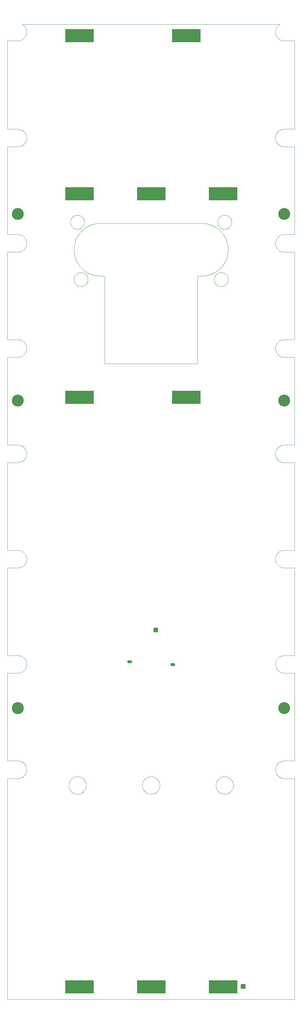
<source format=gts>
G75*
%MOIN*%
%OFA0B0*%
%FSLAX25Y25*%
%IPPOS*%
%LPD*%
%AMOC8*
5,1,8,0,0,1.08239X$1,22.5*
%
%ADD10C,0.00394*%
%ADD11R,0.32296X0.14580*%
%ADD12C,0.13383*%
%ADD13C,0.13461*%
%ADD14C,0.03581*%
D10*
X0102215Y0071072D02*
X0425050Y0071072D01*
X0425050Y0319015D01*
X0413239Y0319015D01*
X0413239Y0319014D02*
X0412999Y0319017D01*
X0412760Y0319026D01*
X0412521Y0319040D01*
X0412282Y0319061D01*
X0412043Y0319087D01*
X0411806Y0319119D01*
X0411569Y0319157D01*
X0411333Y0319200D01*
X0411099Y0319249D01*
X0410866Y0319304D01*
X0410634Y0319365D01*
X0410403Y0319431D01*
X0410175Y0319503D01*
X0409948Y0319581D01*
X0409723Y0319663D01*
X0409500Y0319752D01*
X0409279Y0319846D01*
X0409061Y0319945D01*
X0408845Y0320049D01*
X0408632Y0320159D01*
X0408422Y0320273D01*
X0408214Y0320393D01*
X0408009Y0320518D01*
X0407808Y0320648D01*
X0407610Y0320783D01*
X0407415Y0320922D01*
X0407223Y0321066D01*
X0407035Y0321215D01*
X0406851Y0321368D01*
X0406671Y0321526D01*
X0406494Y0321688D01*
X0406321Y0321855D01*
X0406153Y0322025D01*
X0405989Y0322200D01*
X0405829Y0322378D01*
X0405673Y0322561D01*
X0405522Y0322747D01*
X0405376Y0322937D01*
X0405234Y0323130D01*
X0405097Y0323326D01*
X0404964Y0323526D01*
X0404837Y0323729D01*
X0404715Y0323935D01*
X0404597Y0324145D01*
X0404485Y0324356D01*
X0404378Y0324571D01*
X0404276Y0324788D01*
X0404180Y0325007D01*
X0404089Y0325229D01*
X0404003Y0325453D01*
X0403923Y0325679D01*
X0403849Y0325907D01*
X0403780Y0326136D01*
X0403716Y0326367D01*
X0403658Y0326600D01*
X0403606Y0326834D01*
X0403560Y0327069D01*
X0403519Y0327305D01*
X0403484Y0327543D01*
X0403455Y0327780D01*
X0403432Y0328019D01*
X0403414Y0328258D01*
X0403403Y0328498D01*
X0403397Y0328737D01*
X0403397Y0328977D01*
X0403403Y0329216D01*
X0403414Y0329456D01*
X0403432Y0329695D01*
X0403455Y0329934D01*
X0403484Y0330171D01*
X0403519Y0330409D01*
X0403560Y0330645D01*
X0403606Y0330880D01*
X0403658Y0331114D01*
X0403716Y0331347D01*
X0403780Y0331578D01*
X0403849Y0331807D01*
X0403923Y0332035D01*
X0404003Y0332261D01*
X0404089Y0332485D01*
X0404180Y0332707D01*
X0404276Y0332926D01*
X0404378Y0333143D01*
X0404485Y0333358D01*
X0404597Y0333569D01*
X0404715Y0333779D01*
X0404837Y0333985D01*
X0404964Y0334188D01*
X0405097Y0334388D01*
X0405234Y0334584D01*
X0405376Y0334777D01*
X0405522Y0334967D01*
X0405673Y0335153D01*
X0405829Y0335336D01*
X0405989Y0335514D01*
X0406153Y0335689D01*
X0406321Y0335859D01*
X0406494Y0336026D01*
X0406671Y0336188D01*
X0406851Y0336346D01*
X0407035Y0336499D01*
X0407223Y0336648D01*
X0407415Y0336792D01*
X0407610Y0336931D01*
X0407808Y0337066D01*
X0408009Y0337196D01*
X0408214Y0337321D01*
X0408422Y0337441D01*
X0408632Y0337555D01*
X0408845Y0337665D01*
X0409061Y0337769D01*
X0409279Y0337868D01*
X0409500Y0337962D01*
X0409723Y0338051D01*
X0409948Y0338133D01*
X0410175Y0338211D01*
X0410403Y0338283D01*
X0410634Y0338349D01*
X0410866Y0338410D01*
X0411099Y0338465D01*
X0411333Y0338514D01*
X0411569Y0338557D01*
X0411806Y0338595D01*
X0412043Y0338627D01*
X0412282Y0338653D01*
X0412521Y0338674D01*
X0412760Y0338688D01*
X0412999Y0338697D01*
X0413239Y0338700D01*
X0425050Y0338700D01*
X0425050Y0437125D01*
X0413239Y0437125D01*
X0413239Y0437124D02*
X0412999Y0437127D01*
X0412760Y0437136D01*
X0412521Y0437150D01*
X0412282Y0437171D01*
X0412043Y0437197D01*
X0411806Y0437229D01*
X0411569Y0437267D01*
X0411333Y0437310D01*
X0411099Y0437359D01*
X0410866Y0437414D01*
X0410634Y0437475D01*
X0410403Y0437541D01*
X0410175Y0437613D01*
X0409948Y0437691D01*
X0409723Y0437773D01*
X0409500Y0437862D01*
X0409279Y0437956D01*
X0409061Y0438055D01*
X0408845Y0438159D01*
X0408632Y0438269D01*
X0408422Y0438383D01*
X0408214Y0438503D01*
X0408009Y0438628D01*
X0407808Y0438758D01*
X0407610Y0438893D01*
X0407415Y0439032D01*
X0407223Y0439176D01*
X0407035Y0439325D01*
X0406851Y0439478D01*
X0406671Y0439636D01*
X0406494Y0439798D01*
X0406321Y0439965D01*
X0406153Y0440135D01*
X0405989Y0440310D01*
X0405829Y0440488D01*
X0405673Y0440671D01*
X0405522Y0440857D01*
X0405376Y0441047D01*
X0405234Y0441240D01*
X0405097Y0441436D01*
X0404964Y0441636D01*
X0404837Y0441839D01*
X0404715Y0442045D01*
X0404597Y0442255D01*
X0404485Y0442466D01*
X0404378Y0442681D01*
X0404276Y0442898D01*
X0404180Y0443117D01*
X0404089Y0443339D01*
X0404003Y0443563D01*
X0403923Y0443789D01*
X0403849Y0444017D01*
X0403780Y0444246D01*
X0403716Y0444477D01*
X0403658Y0444710D01*
X0403606Y0444944D01*
X0403560Y0445179D01*
X0403519Y0445415D01*
X0403484Y0445653D01*
X0403455Y0445890D01*
X0403432Y0446129D01*
X0403414Y0446368D01*
X0403403Y0446608D01*
X0403397Y0446847D01*
X0403397Y0447087D01*
X0403403Y0447326D01*
X0403414Y0447566D01*
X0403432Y0447805D01*
X0403455Y0448044D01*
X0403484Y0448281D01*
X0403519Y0448519D01*
X0403560Y0448755D01*
X0403606Y0448990D01*
X0403658Y0449224D01*
X0403716Y0449457D01*
X0403780Y0449688D01*
X0403849Y0449917D01*
X0403923Y0450145D01*
X0404003Y0450371D01*
X0404089Y0450595D01*
X0404180Y0450817D01*
X0404276Y0451036D01*
X0404378Y0451253D01*
X0404485Y0451468D01*
X0404597Y0451679D01*
X0404715Y0451889D01*
X0404837Y0452095D01*
X0404964Y0452298D01*
X0405097Y0452498D01*
X0405234Y0452694D01*
X0405376Y0452887D01*
X0405522Y0453077D01*
X0405673Y0453263D01*
X0405829Y0453446D01*
X0405989Y0453624D01*
X0406153Y0453799D01*
X0406321Y0453969D01*
X0406494Y0454136D01*
X0406671Y0454298D01*
X0406851Y0454456D01*
X0407035Y0454609D01*
X0407223Y0454758D01*
X0407415Y0454902D01*
X0407610Y0455041D01*
X0407808Y0455176D01*
X0408009Y0455306D01*
X0408214Y0455431D01*
X0408422Y0455551D01*
X0408632Y0455665D01*
X0408845Y0455775D01*
X0409061Y0455879D01*
X0409279Y0455978D01*
X0409500Y0456072D01*
X0409723Y0456161D01*
X0409948Y0456243D01*
X0410175Y0456321D01*
X0410403Y0456393D01*
X0410634Y0456459D01*
X0410866Y0456520D01*
X0411099Y0456575D01*
X0411333Y0456624D01*
X0411569Y0456667D01*
X0411806Y0456705D01*
X0412043Y0456737D01*
X0412282Y0456763D01*
X0412521Y0456784D01*
X0412760Y0456798D01*
X0412999Y0456807D01*
X0413239Y0456810D01*
X0425050Y0456810D01*
X0425050Y0555235D01*
X0413239Y0555235D01*
X0412999Y0555238D01*
X0412760Y0555247D01*
X0412521Y0555261D01*
X0412282Y0555282D01*
X0412043Y0555308D01*
X0411806Y0555340D01*
X0411569Y0555378D01*
X0411333Y0555421D01*
X0411099Y0555470D01*
X0410866Y0555525D01*
X0410634Y0555586D01*
X0410403Y0555652D01*
X0410175Y0555724D01*
X0409948Y0555802D01*
X0409723Y0555884D01*
X0409500Y0555973D01*
X0409279Y0556067D01*
X0409061Y0556166D01*
X0408845Y0556270D01*
X0408632Y0556380D01*
X0408422Y0556494D01*
X0408214Y0556614D01*
X0408009Y0556739D01*
X0407808Y0556869D01*
X0407610Y0557004D01*
X0407415Y0557143D01*
X0407223Y0557287D01*
X0407035Y0557436D01*
X0406851Y0557589D01*
X0406671Y0557747D01*
X0406494Y0557909D01*
X0406321Y0558076D01*
X0406153Y0558246D01*
X0405989Y0558421D01*
X0405829Y0558599D01*
X0405673Y0558782D01*
X0405522Y0558968D01*
X0405376Y0559158D01*
X0405234Y0559351D01*
X0405097Y0559547D01*
X0404964Y0559747D01*
X0404837Y0559950D01*
X0404715Y0560157D01*
X0404597Y0560366D01*
X0404485Y0560577D01*
X0404378Y0560792D01*
X0404276Y0561009D01*
X0404180Y0561228D01*
X0404089Y0561450D01*
X0404003Y0561674D01*
X0403923Y0561900D01*
X0403849Y0562128D01*
X0403780Y0562357D01*
X0403716Y0562588D01*
X0403658Y0562821D01*
X0403606Y0563055D01*
X0403560Y0563290D01*
X0403519Y0563526D01*
X0403484Y0563764D01*
X0403455Y0564001D01*
X0403432Y0564240D01*
X0403414Y0564479D01*
X0403403Y0564719D01*
X0403397Y0564958D01*
X0403397Y0565198D01*
X0403403Y0565437D01*
X0403414Y0565677D01*
X0403432Y0565916D01*
X0403455Y0566155D01*
X0403484Y0566392D01*
X0403519Y0566630D01*
X0403560Y0566866D01*
X0403606Y0567101D01*
X0403658Y0567335D01*
X0403716Y0567568D01*
X0403780Y0567799D01*
X0403849Y0568028D01*
X0403923Y0568256D01*
X0404003Y0568482D01*
X0404089Y0568706D01*
X0404180Y0568928D01*
X0404276Y0569147D01*
X0404378Y0569364D01*
X0404485Y0569579D01*
X0404597Y0569790D01*
X0404715Y0570000D01*
X0404837Y0570206D01*
X0404964Y0570409D01*
X0405097Y0570609D01*
X0405234Y0570805D01*
X0405376Y0570998D01*
X0405522Y0571188D01*
X0405673Y0571374D01*
X0405829Y0571557D01*
X0405989Y0571735D01*
X0406153Y0571910D01*
X0406321Y0572080D01*
X0406494Y0572247D01*
X0406671Y0572409D01*
X0406851Y0572567D01*
X0407035Y0572720D01*
X0407223Y0572869D01*
X0407415Y0573013D01*
X0407610Y0573152D01*
X0407808Y0573287D01*
X0408009Y0573417D01*
X0408214Y0573542D01*
X0408422Y0573662D01*
X0408632Y0573776D01*
X0408845Y0573886D01*
X0409061Y0573990D01*
X0409279Y0574089D01*
X0409500Y0574183D01*
X0409723Y0574272D01*
X0409948Y0574354D01*
X0410175Y0574432D01*
X0410403Y0574504D01*
X0410634Y0574570D01*
X0410866Y0574631D01*
X0411099Y0574686D01*
X0411333Y0574735D01*
X0411569Y0574778D01*
X0411806Y0574816D01*
X0412043Y0574848D01*
X0412282Y0574874D01*
X0412521Y0574895D01*
X0412760Y0574909D01*
X0412999Y0574918D01*
X0413239Y0574921D01*
X0413239Y0574920D02*
X0425050Y0574920D01*
X0425050Y0673345D01*
X0413239Y0673345D01*
X0412999Y0673348D01*
X0412760Y0673357D01*
X0412521Y0673371D01*
X0412282Y0673392D01*
X0412043Y0673418D01*
X0411806Y0673450D01*
X0411569Y0673488D01*
X0411333Y0673531D01*
X0411099Y0673580D01*
X0410866Y0673635D01*
X0410634Y0673696D01*
X0410403Y0673762D01*
X0410175Y0673834D01*
X0409948Y0673912D01*
X0409723Y0673994D01*
X0409500Y0674083D01*
X0409279Y0674177D01*
X0409061Y0674276D01*
X0408845Y0674380D01*
X0408632Y0674490D01*
X0408422Y0674604D01*
X0408214Y0674724D01*
X0408009Y0674849D01*
X0407808Y0674979D01*
X0407610Y0675114D01*
X0407415Y0675253D01*
X0407223Y0675397D01*
X0407035Y0675546D01*
X0406851Y0675699D01*
X0406671Y0675857D01*
X0406494Y0676019D01*
X0406321Y0676186D01*
X0406153Y0676356D01*
X0405989Y0676531D01*
X0405829Y0676709D01*
X0405673Y0676892D01*
X0405522Y0677078D01*
X0405376Y0677268D01*
X0405234Y0677461D01*
X0405097Y0677657D01*
X0404964Y0677857D01*
X0404837Y0678060D01*
X0404715Y0678267D01*
X0404597Y0678476D01*
X0404485Y0678687D01*
X0404378Y0678902D01*
X0404276Y0679119D01*
X0404180Y0679338D01*
X0404089Y0679560D01*
X0404003Y0679784D01*
X0403923Y0680010D01*
X0403849Y0680238D01*
X0403780Y0680467D01*
X0403716Y0680698D01*
X0403658Y0680931D01*
X0403606Y0681165D01*
X0403560Y0681400D01*
X0403519Y0681636D01*
X0403484Y0681874D01*
X0403455Y0682111D01*
X0403432Y0682350D01*
X0403414Y0682589D01*
X0403403Y0682829D01*
X0403397Y0683068D01*
X0403397Y0683308D01*
X0403403Y0683547D01*
X0403414Y0683787D01*
X0403432Y0684026D01*
X0403455Y0684265D01*
X0403484Y0684502D01*
X0403519Y0684740D01*
X0403560Y0684976D01*
X0403606Y0685211D01*
X0403658Y0685445D01*
X0403716Y0685678D01*
X0403780Y0685909D01*
X0403849Y0686138D01*
X0403923Y0686366D01*
X0404003Y0686592D01*
X0404089Y0686816D01*
X0404180Y0687038D01*
X0404276Y0687257D01*
X0404378Y0687474D01*
X0404485Y0687689D01*
X0404597Y0687900D01*
X0404715Y0688110D01*
X0404837Y0688316D01*
X0404964Y0688519D01*
X0405097Y0688719D01*
X0405234Y0688915D01*
X0405376Y0689108D01*
X0405522Y0689298D01*
X0405673Y0689484D01*
X0405829Y0689667D01*
X0405989Y0689845D01*
X0406153Y0690020D01*
X0406321Y0690190D01*
X0406494Y0690357D01*
X0406671Y0690519D01*
X0406851Y0690677D01*
X0407035Y0690830D01*
X0407223Y0690979D01*
X0407415Y0691123D01*
X0407610Y0691262D01*
X0407808Y0691397D01*
X0408009Y0691527D01*
X0408214Y0691652D01*
X0408422Y0691772D01*
X0408632Y0691886D01*
X0408845Y0691996D01*
X0409061Y0692100D01*
X0409279Y0692199D01*
X0409500Y0692293D01*
X0409723Y0692382D01*
X0409948Y0692464D01*
X0410175Y0692542D01*
X0410403Y0692614D01*
X0410634Y0692680D01*
X0410866Y0692741D01*
X0411099Y0692796D01*
X0411333Y0692845D01*
X0411569Y0692888D01*
X0411806Y0692926D01*
X0412043Y0692958D01*
X0412282Y0692984D01*
X0412521Y0693005D01*
X0412760Y0693019D01*
X0412999Y0693028D01*
X0413239Y0693031D01*
X0413239Y0693030D02*
X0425050Y0693030D01*
X0425050Y0791456D01*
X0413239Y0791456D01*
X0413239Y0791455D02*
X0412999Y0791458D01*
X0412760Y0791467D01*
X0412521Y0791481D01*
X0412282Y0791502D01*
X0412043Y0791528D01*
X0411806Y0791560D01*
X0411569Y0791598D01*
X0411333Y0791641D01*
X0411099Y0791690D01*
X0410866Y0791745D01*
X0410634Y0791806D01*
X0410403Y0791872D01*
X0410175Y0791944D01*
X0409948Y0792022D01*
X0409723Y0792104D01*
X0409500Y0792193D01*
X0409279Y0792287D01*
X0409061Y0792386D01*
X0408845Y0792490D01*
X0408632Y0792600D01*
X0408422Y0792714D01*
X0408214Y0792834D01*
X0408009Y0792959D01*
X0407808Y0793089D01*
X0407610Y0793224D01*
X0407415Y0793363D01*
X0407223Y0793507D01*
X0407035Y0793656D01*
X0406851Y0793809D01*
X0406671Y0793967D01*
X0406494Y0794129D01*
X0406321Y0794296D01*
X0406153Y0794466D01*
X0405989Y0794641D01*
X0405829Y0794819D01*
X0405673Y0795002D01*
X0405522Y0795188D01*
X0405376Y0795378D01*
X0405234Y0795571D01*
X0405097Y0795767D01*
X0404964Y0795967D01*
X0404837Y0796170D01*
X0404715Y0796377D01*
X0404597Y0796586D01*
X0404485Y0796797D01*
X0404378Y0797012D01*
X0404276Y0797229D01*
X0404180Y0797448D01*
X0404089Y0797670D01*
X0404003Y0797894D01*
X0403923Y0798120D01*
X0403849Y0798348D01*
X0403780Y0798577D01*
X0403716Y0798808D01*
X0403658Y0799041D01*
X0403606Y0799275D01*
X0403560Y0799510D01*
X0403519Y0799746D01*
X0403484Y0799984D01*
X0403455Y0800221D01*
X0403432Y0800460D01*
X0403414Y0800699D01*
X0403403Y0800939D01*
X0403397Y0801178D01*
X0403397Y0801418D01*
X0403403Y0801657D01*
X0403414Y0801897D01*
X0403432Y0802136D01*
X0403455Y0802375D01*
X0403484Y0802612D01*
X0403519Y0802850D01*
X0403560Y0803086D01*
X0403606Y0803321D01*
X0403658Y0803555D01*
X0403716Y0803788D01*
X0403780Y0804019D01*
X0403849Y0804248D01*
X0403923Y0804476D01*
X0404003Y0804702D01*
X0404089Y0804926D01*
X0404180Y0805148D01*
X0404276Y0805367D01*
X0404378Y0805584D01*
X0404485Y0805799D01*
X0404597Y0806010D01*
X0404715Y0806220D01*
X0404837Y0806426D01*
X0404964Y0806629D01*
X0405097Y0806829D01*
X0405234Y0807025D01*
X0405376Y0807218D01*
X0405522Y0807408D01*
X0405673Y0807594D01*
X0405829Y0807777D01*
X0405989Y0807955D01*
X0406153Y0808130D01*
X0406321Y0808300D01*
X0406494Y0808467D01*
X0406671Y0808629D01*
X0406851Y0808787D01*
X0407035Y0808940D01*
X0407223Y0809089D01*
X0407415Y0809233D01*
X0407610Y0809372D01*
X0407808Y0809507D01*
X0408009Y0809637D01*
X0408214Y0809762D01*
X0408422Y0809882D01*
X0408632Y0809996D01*
X0408845Y0810106D01*
X0409061Y0810210D01*
X0409279Y0810309D01*
X0409500Y0810403D01*
X0409723Y0810492D01*
X0409948Y0810574D01*
X0410175Y0810652D01*
X0410403Y0810724D01*
X0410634Y0810790D01*
X0410866Y0810851D01*
X0411099Y0810906D01*
X0411333Y0810955D01*
X0411569Y0810998D01*
X0411806Y0811036D01*
X0412043Y0811068D01*
X0412282Y0811094D01*
X0412521Y0811115D01*
X0412760Y0811129D01*
X0412999Y0811138D01*
X0413239Y0811141D01*
X0425050Y0811141D01*
X0425050Y0909566D01*
X0413239Y0909566D01*
X0413239Y0909565D02*
X0412999Y0909568D01*
X0412760Y0909577D01*
X0412521Y0909591D01*
X0412282Y0909612D01*
X0412043Y0909638D01*
X0411806Y0909670D01*
X0411569Y0909708D01*
X0411333Y0909751D01*
X0411099Y0909800D01*
X0410866Y0909855D01*
X0410634Y0909916D01*
X0410403Y0909982D01*
X0410175Y0910054D01*
X0409948Y0910132D01*
X0409723Y0910214D01*
X0409500Y0910303D01*
X0409279Y0910397D01*
X0409061Y0910496D01*
X0408845Y0910600D01*
X0408632Y0910710D01*
X0408422Y0910824D01*
X0408214Y0910944D01*
X0408009Y0911069D01*
X0407808Y0911199D01*
X0407610Y0911334D01*
X0407415Y0911473D01*
X0407223Y0911617D01*
X0407035Y0911766D01*
X0406851Y0911919D01*
X0406671Y0912077D01*
X0406494Y0912239D01*
X0406321Y0912406D01*
X0406153Y0912576D01*
X0405989Y0912751D01*
X0405829Y0912929D01*
X0405673Y0913112D01*
X0405522Y0913298D01*
X0405376Y0913488D01*
X0405234Y0913681D01*
X0405097Y0913877D01*
X0404964Y0914077D01*
X0404837Y0914280D01*
X0404715Y0914487D01*
X0404597Y0914696D01*
X0404485Y0914907D01*
X0404378Y0915122D01*
X0404276Y0915339D01*
X0404180Y0915558D01*
X0404089Y0915780D01*
X0404003Y0916004D01*
X0403923Y0916230D01*
X0403849Y0916458D01*
X0403780Y0916687D01*
X0403716Y0916918D01*
X0403658Y0917151D01*
X0403606Y0917385D01*
X0403560Y0917620D01*
X0403519Y0917856D01*
X0403484Y0918094D01*
X0403455Y0918331D01*
X0403432Y0918570D01*
X0403414Y0918809D01*
X0403403Y0919049D01*
X0403397Y0919288D01*
X0403397Y0919528D01*
X0403403Y0919767D01*
X0403414Y0920007D01*
X0403432Y0920246D01*
X0403455Y0920485D01*
X0403484Y0920722D01*
X0403519Y0920960D01*
X0403560Y0921196D01*
X0403606Y0921431D01*
X0403658Y0921665D01*
X0403716Y0921898D01*
X0403780Y0922129D01*
X0403849Y0922358D01*
X0403923Y0922586D01*
X0404003Y0922812D01*
X0404089Y0923036D01*
X0404180Y0923258D01*
X0404276Y0923477D01*
X0404378Y0923694D01*
X0404485Y0923909D01*
X0404597Y0924120D01*
X0404715Y0924330D01*
X0404837Y0924536D01*
X0404964Y0924739D01*
X0405097Y0924939D01*
X0405234Y0925135D01*
X0405376Y0925328D01*
X0405522Y0925518D01*
X0405673Y0925704D01*
X0405829Y0925887D01*
X0405989Y0926065D01*
X0406153Y0926240D01*
X0406321Y0926410D01*
X0406494Y0926577D01*
X0406671Y0926739D01*
X0406851Y0926897D01*
X0407035Y0927050D01*
X0407223Y0927199D01*
X0407415Y0927343D01*
X0407610Y0927482D01*
X0407808Y0927617D01*
X0408009Y0927747D01*
X0408214Y0927872D01*
X0408422Y0927992D01*
X0408632Y0928106D01*
X0408845Y0928216D01*
X0409061Y0928320D01*
X0409279Y0928419D01*
X0409500Y0928513D01*
X0409723Y0928602D01*
X0409948Y0928684D01*
X0410175Y0928762D01*
X0410403Y0928834D01*
X0410634Y0928900D01*
X0410866Y0928961D01*
X0411099Y0929016D01*
X0411333Y0929065D01*
X0411569Y0929108D01*
X0411806Y0929146D01*
X0412043Y0929178D01*
X0412282Y0929204D01*
X0412521Y0929225D01*
X0412760Y0929239D01*
X0412999Y0929248D01*
X0413239Y0929251D01*
X0425050Y0929251D01*
X0425050Y1027676D01*
X0413239Y1027676D01*
X0412999Y1027679D01*
X0412760Y1027688D01*
X0412521Y1027702D01*
X0412282Y1027723D01*
X0412043Y1027749D01*
X0411806Y1027781D01*
X0411569Y1027819D01*
X0411333Y1027862D01*
X0411099Y1027911D01*
X0410866Y1027966D01*
X0410634Y1028027D01*
X0410403Y1028093D01*
X0410175Y1028165D01*
X0409948Y1028243D01*
X0409723Y1028325D01*
X0409500Y1028414D01*
X0409279Y1028508D01*
X0409061Y1028607D01*
X0408845Y1028711D01*
X0408632Y1028821D01*
X0408422Y1028935D01*
X0408214Y1029055D01*
X0408009Y1029180D01*
X0407808Y1029310D01*
X0407610Y1029445D01*
X0407415Y1029584D01*
X0407223Y1029728D01*
X0407035Y1029877D01*
X0406851Y1030030D01*
X0406671Y1030188D01*
X0406494Y1030350D01*
X0406321Y1030517D01*
X0406153Y1030687D01*
X0405989Y1030862D01*
X0405829Y1031040D01*
X0405673Y1031223D01*
X0405522Y1031409D01*
X0405376Y1031599D01*
X0405234Y1031792D01*
X0405097Y1031988D01*
X0404964Y1032188D01*
X0404837Y1032391D01*
X0404715Y1032598D01*
X0404597Y1032807D01*
X0404485Y1033018D01*
X0404378Y1033233D01*
X0404276Y1033450D01*
X0404180Y1033669D01*
X0404089Y1033891D01*
X0404003Y1034115D01*
X0403923Y1034341D01*
X0403849Y1034569D01*
X0403780Y1034798D01*
X0403716Y1035029D01*
X0403658Y1035262D01*
X0403606Y1035496D01*
X0403560Y1035731D01*
X0403519Y1035967D01*
X0403484Y1036205D01*
X0403455Y1036442D01*
X0403432Y1036681D01*
X0403414Y1036920D01*
X0403403Y1037160D01*
X0403397Y1037399D01*
X0403397Y1037639D01*
X0403403Y1037878D01*
X0403414Y1038118D01*
X0403432Y1038357D01*
X0403455Y1038596D01*
X0403484Y1038833D01*
X0403519Y1039071D01*
X0403560Y1039307D01*
X0403606Y1039542D01*
X0403658Y1039776D01*
X0403716Y1040009D01*
X0403780Y1040240D01*
X0403849Y1040469D01*
X0403923Y1040697D01*
X0404003Y1040923D01*
X0404089Y1041147D01*
X0404180Y1041369D01*
X0404276Y1041588D01*
X0404378Y1041805D01*
X0404485Y1042020D01*
X0404597Y1042231D01*
X0404715Y1042441D01*
X0404837Y1042647D01*
X0404964Y1042850D01*
X0405097Y1043050D01*
X0405234Y1043246D01*
X0405376Y1043439D01*
X0405522Y1043629D01*
X0405673Y1043815D01*
X0405829Y1043998D01*
X0405989Y1044176D01*
X0406153Y1044351D01*
X0406321Y1044521D01*
X0406494Y1044688D01*
X0406671Y1044850D01*
X0406851Y1045008D01*
X0407035Y1045161D01*
X0407223Y1045310D01*
X0407415Y1045454D01*
X0407610Y1045593D01*
X0407808Y1045728D01*
X0408009Y1045858D01*
X0408214Y1045983D01*
X0408422Y1046103D01*
X0408632Y1046217D01*
X0408845Y1046327D01*
X0409061Y1046431D01*
X0409279Y1046530D01*
X0409500Y1046624D01*
X0409723Y1046713D01*
X0409948Y1046795D01*
X0410175Y1046873D01*
X0410403Y1046945D01*
X0410634Y1047011D01*
X0410866Y1047072D01*
X0411099Y1047127D01*
X0411333Y1047176D01*
X0411569Y1047219D01*
X0411806Y1047257D01*
X0412043Y1047289D01*
X0412282Y1047315D01*
X0412521Y1047336D01*
X0412760Y1047350D01*
X0412999Y1047359D01*
X0413239Y1047362D01*
X0413239Y1047361D02*
X0425050Y1047361D01*
X0425050Y1146466D01*
X0413239Y1146466D01*
X0413239Y1146465D02*
X0412999Y1146468D01*
X0412760Y1146477D01*
X0412520Y1146491D01*
X0412282Y1146512D01*
X0412043Y1146538D01*
X0411806Y1146570D01*
X0411569Y1146608D01*
X0411333Y1146651D01*
X0411099Y1146701D01*
X0410865Y1146756D01*
X0410633Y1146816D01*
X0410403Y1146882D01*
X0410174Y1146954D01*
X0409947Y1147032D01*
X0409722Y1147115D01*
X0409500Y1147203D01*
X0409279Y1147297D01*
X0409061Y1147396D01*
X0408845Y1147500D01*
X0408632Y1147610D01*
X0408421Y1147725D01*
X0408214Y1147845D01*
X0408009Y1147969D01*
X0407807Y1148099D01*
X0407609Y1148234D01*
X0407414Y1148373D01*
X0407223Y1148518D01*
X0407035Y1148667D01*
X0406851Y1148820D01*
X0406670Y1148978D01*
X0406494Y1149140D01*
X0406321Y1149306D01*
X0406152Y1149477D01*
X0405988Y1149651D01*
X0405828Y1149830D01*
X0405673Y1150012D01*
X0405522Y1150198D01*
X0405375Y1150388D01*
X0405233Y1150581D01*
X0405096Y1150778D01*
X0404964Y1150978D01*
X0404837Y1151181D01*
X0404714Y1151387D01*
X0404597Y1151596D01*
X0404485Y1151808D01*
X0404378Y1152023D01*
X0404276Y1152240D01*
X0404180Y1152459D01*
X0404089Y1152681D01*
X0404003Y1152905D01*
X0403923Y1153131D01*
X0403848Y1153359D01*
X0403779Y1153588D01*
X0403716Y1153820D01*
X0403658Y1154052D01*
X0403606Y1154286D01*
X0403559Y1154521D01*
X0403519Y1154758D01*
X0403484Y1154995D01*
X0403455Y1155233D01*
X0403432Y1155471D01*
X0403414Y1155710D01*
X0403403Y1155950D01*
X0403397Y1156190D01*
X0403397Y1156429D01*
X0403403Y1156669D01*
X0403414Y1156908D01*
X0403432Y1157148D01*
X0403455Y1157386D01*
X0403484Y1157624D01*
X0403519Y1157861D01*
X0403560Y1158097D01*
X0403606Y1158333D01*
X0403659Y1158567D01*
X0403716Y1158799D01*
X0403780Y1159030D01*
X0403849Y1159260D01*
X0403924Y1159488D01*
X0404004Y1159714D01*
X0404090Y1159938D01*
X0404181Y1160159D01*
X0404277Y1160379D01*
X0404379Y1160596D01*
X0404486Y1160810D01*
X0404598Y1161022D01*
X0404716Y1161231D01*
X0404838Y1161437D01*
X0404966Y1161640D01*
X0405098Y1161840D01*
X0405235Y1162037D01*
X0405377Y1162230D01*
X0405523Y1162420D01*
X0405675Y1162606D01*
X0405830Y1162788D01*
X0405990Y1162967D01*
X0406155Y1163141D01*
X0406323Y1163312D01*
X0406496Y1163478D01*
X0406672Y1163640D01*
X0406853Y1163798D01*
X0407037Y1163951D01*
X0407225Y1164100D01*
X0407417Y1164244D01*
X0407612Y1164384D01*
X0407810Y1164518D01*
X0408011Y1164648D01*
X0408216Y1164773D01*
X0119049Y1164773D01*
X0119254Y1164648D01*
X0119455Y1164518D01*
X0119653Y1164384D01*
X0119848Y1164244D01*
X0120040Y1164100D01*
X0120228Y1163951D01*
X0120412Y1163798D01*
X0120593Y1163640D01*
X0120769Y1163478D01*
X0120942Y1163312D01*
X0121110Y1163141D01*
X0121275Y1162967D01*
X0121435Y1162788D01*
X0121590Y1162606D01*
X0121742Y1162420D01*
X0121888Y1162230D01*
X0122030Y1162037D01*
X0122167Y1161840D01*
X0122299Y1161640D01*
X0122427Y1161437D01*
X0122549Y1161231D01*
X0122667Y1161022D01*
X0122779Y1160810D01*
X0122886Y1160596D01*
X0122988Y1160379D01*
X0123084Y1160159D01*
X0123175Y1159938D01*
X0123261Y1159714D01*
X0123341Y1159488D01*
X0123416Y1159260D01*
X0123485Y1159030D01*
X0123549Y1158799D01*
X0123606Y1158567D01*
X0123659Y1158333D01*
X0123705Y1158097D01*
X0123746Y1157861D01*
X0123781Y1157624D01*
X0123810Y1157386D01*
X0123833Y1157148D01*
X0123851Y1156908D01*
X0123862Y1156669D01*
X0123868Y1156429D01*
X0123868Y1156190D01*
X0123862Y1155950D01*
X0123851Y1155710D01*
X0123833Y1155471D01*
X0123810Y1155233D01*
X0123781Y1154995D01*
X0123746Y1154758D01*
X0123706Y1154521D01*
X0123659Y1154286D01*
X0123607Y1154052D01*
X0123549Y1153820D01*
X0123486Y1153588D01*
X0123417Y1153359D01*
X0123342Y1153131D01*
X0123262Y1152905D01*
X0123176Y1152681D01*
X0123085Y1152459D01*
X0122989Y1152240D01*
X0122887Y1152023D01*
X0122780Y1151808D01*
X0122668Y1151596D01*
X0122551Y1151387D01*
X0122428Y1151181D01*
X0122301Y1150978D01*
X0122169Y1150778D01*
X0122032Y1150581D01*
X0121890Y1150388D01*
X0121743Y1150198D01*
X0121592Y1150012D01*
X0121437Y1149830D01*
X0121277Y1149651D01*
X0121113Y1149477D01*
X0120944Y1149306D01*
X0120771Y1149140D01*
X0120595Y1148978D01*
X0120414Y1148820D01*
X0120230Y1148667D01*
X0120042Y1148518D01*
X0119851Y1148373D01*
X0119656Y1148234D01*
X0119458Y1148099D01*
X0119256Y1147969D01*
X0119051Y1147845D01*
X0118844Y1147725D01*
X0118633Y1147610D01*
X0118420Y1147500D01*
X0118204Y1147396D01*
X0117986Y1147297D01*
X0117765Y1147203D01*
X0117543Y1147115D01*
X0117318Y1147032D01*
X0117091Y1146954D01*
X0116862Y1146882D01*
X0116632Y1146816D01*
X0116400Y1146756D01*
X0116166Y1146701D01*
X0115932Y1146651D01*
X0115696Y1146608D01*
X0115459Y1146570D01*
X0115222Y1146538D01*
X0114983Y1146512D01*
X0114745Y1146491D01*
X0114505Y1146477D01*
X0114266Y1146468D01*
X0114026Y1146465D01*
X0114026Y1146466D02*
X0102215Y1146466D01*
X0102215Y1047361D01*
X0114026Y1047361D01*
X0114026Y1047362D02*
X0114266Y1047359D01*
X0114505Y1047350D01*
X0114744Y1047336D01*
X0114983Y1047315D01*
X0115222Y1047289D01*
X0115459Y1047257D01*
X0115696Y1047219D01*
X0115932Y1047176D01*
X0116166Y1047127D01*
X0116399Y1047072D01*
X0116631Y1047011D01*
X0116862Y1046945D01*
X0117090Y1046873D01*
X0117317Y1046795D01*
X0117542Y1046713D01*
X0117765Y1046624D01*
X0117986Y1046530D01*
X0118204Y1046431D01*
X0118420Y1046327D01*
X0118633Y1046217D01*
X0118843Y1046103D01*
X0119051Y1045983D01*
X0119256Y1045858D01*
X0119457Y1045728D01*
X0119655Y1045593D01*
X0119850Y1045454D01*
X0120042Y1045310D01*
X0120230Y1045161D01*
X0120414Y1045008D01*
X0120594Y1044850D01*
X0120771Y1044688D01*
X0120944Y1044521D01*
X0121112Y1044351D01*
X0121276Y1044176D01*
X0121436Y1043998D01*
X0121592Y1043815D01*
X0121743Y1043629D01*
X0121889Y1043439D01*
X0122031Y1043246D01*
X0122168Y1043050D01*
X0122301Y1042850D01*
X0122428Y1042647D01*
X0122550Y1042441D01*
X0122668Y1042231D01*
X0122780Y1042020D01*
X0122887Y1041805D01*
X0122989Y1041588D01*
X0123085Y1041369D01*
X0123176Y1041147D01*
X0123262Y1040923D01*
X0123342Y1040697D01*
X0123416Y1040469D01*
X0123485Y1040240D01*
X0123549Y1040009D01*
X0123607Y1039776D01*
X0123659Y1039542D01*
X0123705Y1039307D01*
X0123746Y1039071D01*
X0123781Y1038833D01*
X0123810Y1038596D01*
X0123833Y1038357D01*
X0123851Y1038118D01*
X0123862Y1037878D01*
X0123868Y1037639D01*
X0123868Y1037399D01*
X0123862Y1037160D01*
X0123851Y1036920D01*
X0123833Y1036681D01*
X0123810Y1036442D01*
X0123781Y1036205D01*
X0123746Y1035967D01*
X0123705Y1035731D01*
X0123659Y1035496D01*
X0123607Y1035262D01*
X0123549Y1035029D01*
X0123485Y1034798D01*
X0123416Y1034569D01*
X0123342Y1034341D01*
X0123262Y1034115D01*
X0123176Y1033891D01*
X0123085Y1033669D01*
X0122989Y1033450D01*
X0122887Y1033233D01*
X0122780Y1033018D01*
X0122668Y1032807D01*
X0122550Y1032598D01*
X0122428Y1032391D01*
X0122301Y1032188D01*
X0122168Y1031988D01*
X0122031Y1031792D01*
X0121889Y1031599D01*
X0121743Y1031409D01*
X0121592Y1031223D01*
X0121436Y1031040D01*
X0121276Y1030862D01*
X0121112Y1030687D01*
X0120944Y1030517D01*
X0120771Y1030350D01*
X0120594Y1030188D01*
X0120414Y1030030D01*
X0120230Y1029877D01*
X0120042Y1029728D01*
X0119850Y1029584D01*
X0119655Y1029445D01*
X0119457Y1029310D01*
X0119256Y1029180D01*
X0119051Y1029055D01*
X0118843Y1028935D01*
X0118633Y1028821D01*
X0118420Y1028711D01*
X0118204Y1028607D01*
X0117986Y1028508D01*
X0117765Y1028414D01*
X0117542Y1028325D01*
X0117317Y1028243D01*
X0117090Y1028165D01*
X0116862Y1028093D01*
X0116631Y1028027D01*
X0116399Y1027966D01*
X0116166Y1027911D01*
X0115932Y1027862D01*
X0115696Y1027819D01*
X0115459Y1027781D01*
X0115222Y1027749D01*
X0114983Y1027723D01*
X0114744Y1027702D01*
X0114505Y1027688D01*
X0114266Y1027679D01*
X0114026Y1027676D01*
X0102215Y1027676D01*
X0102215Y0929251D01*
X0114026Y0929251D01*
X0114266Y0929248D01*
X0114505Y0929239D01*
X0114744Y0929225D01*
X0114983Y0929204D01*
X0115222Y0929178D01*
X0115459Y0929146D01*
X0115696Y0929108D01*
X0115932Y0929065D01*
X0116166Y0929016D01*
X0116399Y0928961D01*
X0116631Y0928900D01*
X0116862Y0928834D01*
X0117090Y0928762D01*
X0117317Y0928684D01*
X0117542Y0928602D01*
X0117765Y0928513D01*
X0117986Y0928419D01*
X0118204Y0928320D01*
X0118420Y0928216D01*
X0118633Y0928106D01*
X0118843Y0927992D01*
X0119051Y0927872D01*
X0119256Y0927747D01*
X0119457Y0927617D01*
X0119655Y0927482D01*
X0119850Y0927343D01*
X0120042Y0927199D01*
X0120230Y0927050D01*
X0120414Y0926897D01*
X0120594Y0926739D01*
X0120771Y0926577D01*
X0120944Y0926410D01*
X0121112Y0926240D01*
X0121276Y0926065D01*
X0121436Y0925887D01*
X0121592Y0925704D01*
X0121743Y0925518D01*
X0121889Y0925328D01*
X0122031Y0925135D01*
X0122168Y0924939D01*
X0122301Y0924739D01*
X0122428Y0924536D01*
X0122550Y0924330D01*
X0122668Y0924120D01*
X0122780Y0923909D01*
X0122887Y0923694D01*
X0122989Y0923477D01*
X0123085Y0923258D01*
X0123176Y0923036D01*
X0123262Y0922812D01*
X0123342Y0922586D01*
X0123416Y0922358D01*
X0123485Y0922129D01*
X0123549Y0921898D01*
X0123607Y0921665D01*
X0123659Y0921431D01*
X0123705Y0921196D01*
X0123746Y0920960D01*
X0123781Y0920722D01*
X0123810Y0920485D01*
X0123833Y0920246D01*
X0123851Y0920007D01*
X0123862Y0919767D01*
X0123868Y0919528D01*
X0123868Y0919288D01*
X0123862Y0919049D01*
X0123851Y0918809D01*
X0123833Y0918570D01*
X0123810Y0918331D01*
X0123781Y0918094D01*
X0123746Y0917856D01*
X0123705Y0917620D01*
X0123659Y0917385D01*
X0123607Y0917151D01*
X0123549Y0916918D01*
X0123485Y0916687D01*
X0123416Y0916458D01*
X0123342Y0916230D01*
X0123262Y0916004D01*
X0123176Y0915780D01*
X0123085Y0915558D01*
X0122989Y0915339D01*
X0122887Y0915122D01*
X0122780Y0914907D01*
X0122668Y0914696D01*
X0122550Y0914487D01*
X0122428Y0914280D01*
X0122301Y0914077D01*
X0122168Y0913877D01*
X0122031Y0913681D01*
X0121889Y0913488D01*
X0121743Y0913298D01*
X0121592Y0913112D01*
X0121436Y0912929D01*
X0121276Y0912751D01*
X0121112Y0912576D01*
X0120944Y0912406D01*
X0120771Y0912239D01*
X0120594Y0912077D01*
X0120414Y0911919D01*
X0120230Y0911766D01*
X0120042Y0911617D01*
X0119850Y0911473D01*
X0119655Y0911334D01*
X0119457Y0911199D01*
X0119256Y0911069D01*
X0119051Y0910944D01*
X0118843Y0910824D01*
X0118633Y0910710D01*
X0118420Y0910600D01*
X0118204Y0910496D01*
X0117986Y0910397D01*
X0117765Y0910303D01*
X0117542Y0910214D01*
X0117317Y0910132D01*
X0117090Y0910054D01*
X0116862Y0909982D01*
X0116631Y0909916D01*
X0116399Y0909855D01*
X0116166Y0909800D01*
X0115932Y0909751D01*
X0115696Y0909708D01*
X0115459Y0909670D01*
X0115222Y0909638D01*
X0114983Y0909612D01*
X0114744Y0909591D01*
X0114505Y0909577D01*
X0114266Y0909568D01*
X0114026Y0909565D01*
X0114026Y0909566D02*
X0102215Y0909566D01*
X0102215Y0811141D01*
X0114026Y0811141D01*
X0114266Y0811138D01*
X0114505Y0811129D01*
X0114744Y0811115D01*
X0114983Y0811094D01*
X0115222Y0811068D01*
X0115459Y0811036D01*
X0115696Y0810998D01*
X0115932Y0810955D01*
X0116166Y0810906D01*
X0116399Y0810851D01*
X0116631Y0810790D01*
X0116862Y0810724D01*
X0117090Y0810652D01*
X0117317Y0810574D01*
X0117542Y0810492D01*
X0117765Y0810403D01*
X0117986Y0810309D01*
X0118204Y0810210D01*
X0118420Y0810106D01*
X0118633Y0809996D01*
X0118843Y0809882D01*
X0119051Y0809762D01*
X0119256Y0809637D01*
X0119457Y0809507D01*
X0119655Y0809372D01*
X0119850Y0809233D01*
X0120042Y0809089D01*
X0120230Y0808940D01*
X0120414Y0808787D01*
X0120594Y0808629D01*
X0120771Y0808467D01*
X0120944Y0808300D01*
X0121112Y0808130D01*
X0121276Y0807955D01*
X0121436Y0807777D01*
X0121592Y0807594D01*
X0121743Y0807408D01*
X0121889Y0807218D01*
X0122031Y0807025D01*
X0122168Y0806829D01*
X0122301Y0806629D01*
X0122428Y0806426D01*
X0122550Y0806220D01*
X0122668Y0806010D01*
X0122780Y0805799D01*
X0122887Y0805584D01*
X0122989Y0805367D01*
X0123085Y0805148D01*
X0123176Y0804926D01*
X0123262Y0804702D01*
X0123342Y0804476D01*
X0123416Y0804248D01*
X0123485Y0804019D01*
X0123549Y0803788D01*
X0123607Y0803555D01*
X0123659Y0803321D01*
X0123705Y0803086D01*
X0123746Y0802850D01*
X0123781Y0802612D01*
X0123810Y0802375D01*
X0123833Y0802136D01*
X0123851Y0801897D01*
X0123862Y0801657D01*
X0123868Y0801418D01*
X0123868Y0801178D01*
X0123862Y0800939D01*
X0123851Y0800699D01*
X0123833Y0800460D01*
X0123810Y0800221D01*
X0123781Y0799984D01*
X0123746Y0799746D01*
X0123705Y0799510D01*
X0123659Y0799275D01*
X0123607Y0799041D01*
X0123549Y0798808D01*
X0123485Y0798577D01*
X0123416Y0798348D01*
X0123342Y0798120D01*
X0123262Y0797894D01*
X0123176Y0797670D01*
X0123085Y0797448D01*
X0122989Y0797229D01*
X0122887Y0797012D01*
X0122780Y0796797D01*
X0122668Y0796586D01*
X0122550Y0796377D01*
X0122428Y0796170D01*
X0122301Y0795967D01*
X0122168Y0795767D01*
X0122031Y0795571D01*
X0121889Y0795378D01*
X0121743Y0795188D01*
X0121592Y0795002D01*
X0121436Y0794819D01*
X0121276Y0794641D01*
X0121112Y0794466D01*
X0120944Y0794296D01*
X0120771Y0794129D01*
X0120594Y0793967D01*
X0120414Y0793809D01*
X0120230Y0793656D01*
X0120042Y0793507D01*
X0119850Y0793363D01*
X0119655Y0793224D01*
X0119457Y0793089D01*
X0119256Y0792959D01*
X0119051Y0792834D01*
X0118843Y0792714D01*
X0118633Y0792600D01*
X0118420Y0792490D01*
X0118204Y0792386D01*
X0117986Y0792287D01*
X0117765Y0792193D01*
X0117542Y0792104D01*
X0117317Y0792022D01*
X0117090Y0791944D01*
X0116862Y0791872D01*
X0116631Y0791806D01*
X0116399Y0791745D01*
X0116166Y0791690D01*
X0115932Y0791641D01*
X0115696Y0791598D01*
X0115459Y0791560D01*
X0115222Y0791528D01*
X0114983Y0791502D01*
X0114744Y0791481D01*
X0114505Y0791467D01*
X0114266Y0791458D01*
X0114026Y0791455D01*
X0114026Y0791456D02*
X0102215Y0791456D01*
X0102215Y0693030D01*
X0114026Y0693030D01*
X0114026Y0693031D02*
X0114266Y0693028D01*
X0114505Y0693019D01*
X0114744Y0693005D01*
X0114983Y0692984D01*
X0115222Y0692958D01*
X0115459Y0692926D01*
X0115696Y0692888D01*
X0115932Y0692845D01*
X0116166Y0692796D01*
X0116399Y0692741D01*
X0116631Y0692680D01*
X0116862Y0692614D01*
X0117090Y0692542D01*
X0117317Y0692464D01*
X0117542Y0692382D01*
X0117765Y0692293D01*
X0117986Y0692199D01*
X0118204Y0692100D01*
X0118420Y0691996D01*
X0118633Y0691886D01*
X0118843Y0691772D01*
X0119051Y0691652D01*
X0119256Y0691527D01*
X0119457Y0691397D01*
X0119655Y0691262D01*
X0119850Y0691123D01*
X0120042Y0690979D01*
X0120230Y0690830D01*
X0120414Y0690677D01*
X0120594Y0690519D01*
X0120771Y0690357D01*
X0120944Y0690190D01*
X0121112Y0690020D01*
X0121276Y0689845D01*
X0121436Y0689667D01*
X0121592Y0689484D01*
X0121743Y0689298D01*
X0121889Y0689108D01*
X0122031Y0688915D01*
X0122168Y0688719D01*
X0122301Y0688519D01*
X0122428Y0688316D01*
X0122550Y0688110D01*
X0122668Y0687900D01*
X0122780Y0687689D01*
X0122887Y0687474D01*
X0122989Y0687257D01*
X0123085Y0687038D01*
X0123176Y0686816D01*
X0123262Y0686592D01*
X0123342Y0686366D01*
X0123416Y0686138D01*
X0123485Y0685909D01*
X0123549Y0685678D01*
X0123607Y0685445D01*
X0123659Y0685211D01*
X0123705Y0684976D01*
X0123746Y0684740D01*
X0123781Y0684502D01*
X0123810Y0684265D01*
X0123833Y0684026D01*
X0123851Y0683787D01*
X0123862Y0683547D01*
X0123868Y0683308D01*
X0123868Y0683068D01*
X0123862Y0682829D01*
X0123851Y0682589D01*
X0123833Y0682350D01*
X0123810Y0682111D01*
X0123781Y0681874D01*
X0123746Y0681636D01*
X0123705Y0681400D01*
X0123659Y0681165D01*
X0123607Y0680931D01*
X0123549Y0680698D01*
X0123485Y0680467D01*
X0123416Y0680238D01*
X0123342Y0680010D01*
X0123262Y0679784D01*
X0123176Y0679560D01*
X0123085Y0679338D01*
X0122989Y0679119D01*
X0122887Y0678902D01*
X0122780Y0678687D01*
X0122668Y0678476D01*
X0122550Y0678267D01*
X0122428Y0678060D01*
X0122301Y0677857D01*
X0122168Y0677657D01*
X0122031Y0677461D01*
X0121889Y0677268D01*
X0121743Y0677078D01*
X0121592Y0676892D01*
X0121436Y0676709D01*
X0121276Y0676531D01*
X0121112Y0676356D01*
X0120944Y0676186D01*
X0120771Y0676019D01*
X0120594Y0675857D01*
X0120414Y0675699D01*
X0120230Y0675546D01*
X0120042Y0675397D01*
X0119850Y0675253D01*
X0119655Y0675114D01*
X0119457Y0674979D01*
X0119256Y0674849D01*
X0119051Y0674724D01*
X0118843Y0674604D01*
X0118633Y0674490D01*
X0118420Y0674380D01*
X0118204Y0674276D01*
X0117986Y0674177D01*
X0117765Y0674083D01*
X0117542Y0673994D01*
X0117317Y0673912D01*
X0117090Y0673834D01*
X0116862Y0673762D01*
X0116631Y0673696D01*
X0116399Y0673635D01*
X0116166Y0673580D01*
X0115932Y0673531D01*
X0115696Y0673488D01*
X0115459Y0673450D01*
X0115222Y0673418D01*
X0114983Y0673392D01*
X0114744Y0673371D01*
X0114505Y0673357D01*
X0114266Y0673348D01*
X0114026Y0673345D01*
X0102215Y0673345D01*
X0102215Y0574920D01*
X0114026Y0574920D01*
X0114026Y0574921D02*
X0114266Y0574918D01*
X0114505Y0574909D01*
X0114744Y0574895D01*
X0114983Y0574874D01*
X0115222Y0574848D01*
X0115459Y0574816D01*
X0115696Y0574778D01*
X0115932Y0574735D01*
X0116166Y0574686D01*
X0116399Y0574631D01*
X0116631Y0574570D01*
X0116862Y0574504D01*
X0117090Y0574432D01*
X0117317Y0574354D01*
X0117542Y0574272D01*
X0117765Y0574183D01*
X0117986Y0574089D01*
X0118204Y0573990D01*
X0118420Y0573886D01*
X0118633Y0573776D01*
X0118843Y0573662D01*
X0119051Y0573542D01*
X0119256Y0573417D01*
X0119457Y0573287D01*
X0119655Y0573152D01*
X0119850Y0573013D01*
X0120042Y0572869D01*
X0120230Y0572720D01*
X0120414Y0572567D01*
X0120594Y0572409D01*
X0120771Y0572247D01*
X0120944Y0572080D01*
X0121112Y0571910D01*
X0121276Y0571735D01*
X0121436Y0571557D01*
X0121592Y0571374D01*
X0121743Y0571188D01*
X0121889Y0570998D01*
X0122031Y0570805D01*
X0122168Y0570609D01*
X0122301Y0570409D01*
X0122428Y0570206D01*
X0122550Y0570000D01*
X0122668Y0569790D01*
X0122780Y0569579D01*
X0122887Y0569364D01*
X0122989Y0569147D01*
X0123085Y0568928D01*
X0123176Y0568706D01*
X0123262Y0568482D01*
X0123342Y0568256D01*
X0123416Y0568028D01*
X0123485Y0567799D01*
X0123549Y0567568D01*
X0123607Y0567335D01*
X0123659Y0567101D01*
X0123705Y0566866D01*
X0123746Y0566630D01*
X0123781Y0566392D01*
X0123810Y0566155D01*
X0123833Y0565916D01*
X0123851Y0565677D01*
X0123862Y0565437D01*
X0123868Y0565198D01*
X0123868Y0564958D01*
X0123862Y0564719D01*
X0123851Y0564479D01*
X0123833Y0564240D01*
X0123810Y0564001D01*
X0123781Y0563764D01*
X0123746Y0563526D01*
X0123705Y0563290D01*
X0123659Y0563055D01*
X0123607Y0562821D01*
X0123549Y0562588D01*
X0123485Y0562357D01*
X0123416Y0562128D01*
X0123342Y0561900D01*
X0123262Y0561674D01*
X0123176Y0561450D01*
X0123085Y0561228D01*
X0122989Y0561009D01*
X0122887Y0560792D01*
X0122780Y0560577D01*
X0122668Y0560366D01*
X0122550Y0560157D01*
X0122428Y0559950D01*
X0122301Y0559747D01*
X0122168Y0559547D01*
X0122031Y0559351D01*
X0121889Y0559158D01*
X0121743Y0558968D01*
X0121592Y0558782D01*
X0121436Y0558599D01*
X0121276Y0558421D01*
X0121112Y0558246D01*
X0120944Y0558076D01*
X0120771Y0557909D01*
X0120594Y0557747D01*
X0120414Y0557589D01*
X0120230Y0557436D01*
X0120042Y0557287D01*
X0119850Y0557143D01*
X0119655Y0557004D01*
X0119457Y0556869D01*
X0119256Y0556739D01*
X0119051Y0556614D01*
X0118843Y0556494D01*
X0118633Y0556380D01*
X0118420Y0556270D01*
X0118204Y0556166D01*
X0117986Y0556067D01*
X0117765Y0555973D01*
X0117542Y0555884D01*
X0117317Y0555802D01*
X0117090Y0555724D01*
X0116862Y0555652D01*
X0116631Y0555586D01*
X0116399Y0555525D01*
X0116166Y0555470D01*
X0115932Y0555421D01*
X0115696Y0555378D01*
X0115459Y0555340D01*
X0115222Y0555308D01*
X0114983Y0555282D01*
X0114744Y0555261D01*
X0114505Y0555247D01*
X0114266Y0555238D01*
X0114026Y0555235D01*
X0102215Y0555235D01*
X0102215Y0456810D01*
X0114026Y0456810D01*
X0114266Y0456807D01*
X0114505Y0456798D01*
X0114744Y0456784D01*
X0114983Y0456763D01*
X0115222Y0456737D01*
X0115459Y0456705D01*
X0115696Y0456667D01*
X0115932Y0456624D01*
X0116166Y0456575D01*
X0116399Y0456520D01*
X0116631Y0456459D01*
X0116862Y0456393D01*
X0117090Y0456321D01*
X0117317Y0456243D01*
X0117542Y0456161D01*
X0117765Y0456072D01*
X0117986Y0455978D01*
X0118204Y0455879D01*
X0118420Y0455775D01*
X0118633Y0455665D01*
X0118843Y0455551D01*
X0119051Y0455431D01*
X0119256Y0455306D01*
X0119457Y0455176D01*
X0119655Y0455041D01*
X0119850Y0454902D01*
X0120042Y0454758D01*
X0120230Y0454609D01*
X0120414Y0454456D01*
X0120594Y0454298D01*
X0120771Y0454136D01*
X0120944Y0453969D01*
X0121112Y0453799D01*
X0121276Y0453624D01*
X0121436Y0453446D01*
X0121592Y0453263D01*
X0121743Y0453077D01*
X0121889Y0452887D01*
X0122031Y0452694D01*
X0122168Y0452498D01*
X0122301Y0452298D01*
X0122428Y0452095D01*
X0122550Y0451889D01*
X0122668Y0451679D01*
X0122780Y0451468D01*
X0122887Y0451253D01*
X0122989Y0451036D01*
X0123085Y0450817D01*
X0123176Y0450595D01*
X0123262Y0450371D01*
X0123342Y0450145D01*
X0123416Y0449917D01*
X0123485Y0449688D01*
X0123549Y0449457D01*
X0123607Y0449224D01*
X0123659Y0448990D01*
X0123705Y0448755D01*
X0123746Y0448519D01*
X0123781Y0448281D01*
X0123810Y0448044D01*
X0123833Y0447805D01*
X0123851Y0447566D01*
X0123862Y0447326D01*
X0123868Y0447087D01*
X0123868Y0446847D01*
X0123862Y0446608D01*
X0123851Y0446368D01*
X0123833Y0446129D01*
X0123810Y0445890D01*
X0123781Y0445653D01*
X0123746Y0445415D01*
X0123705Y0445179D01*
X0123659Y0444944D01*
X0123607Y0444710D01*
X0123549Y0444477D01*
X0123485Y0444246D01*
X0123416Y0444017D01*
X0123342Y0443789D01*
X0123262Y0443563D01*
X0123176Y0443339D01*
X0123085Y0443117D01*
X0122989Y0442898D01*
X0122887Y0442681D01*
X0122780Y0442466D01*
X0122668Y0442255D01*
X0122550Y0442046D01*
X0122428Y0441839D01*
X0122301Y0441636D01*
X0122168Y0441436D01*
X0122031Y0441240D01*
X0121889Y0441047D01*
X0121743Y0440857D01*
X0121592Y0440671D01*
X0121436Y0440488D01*
X0121276Y0440310D01*
X0121112Y0440135D01*
X0120944Y0439965D01*
X0120771Y0439798D01*
X0120594Y0439636D01*
X0120414Y0439478D01*
X0120230Y0439325D01*
X0120042Y0439176D01*
X0119850Y0439032D01*
X0119655Y0438893D01*
X0119457Y0438758D01*
X0119256Y0438628D01*
X0119051Y0438503D01*
X0118843Y0438383D01*
X0118633Y0438269D01*
X0118420Y0438159D01*
X0118204Y0438055D01*
X0117986Y0437956D01*
X0117765Y0437862D01*
X0117542Y0437773D01*
X0117317Y0437691D01*
X0117090Y0437613D01*
X0116862Y0437541D01*
X0116631Y0437475D01*
X0116399Y0437414D01*
X0116166Y0437359D01*
X0115932Y0437310D01*
X0115696Y0437267D01*
X0115459Y0437229D01*
X0115222Y0437197D01*
X0114983Y0437171D01*
X0114744Y0437150D01*
X0114505Y0437136D01*
X0114266Y0437127D01*
X0114026Y0437124D01*
X0114026Y0437125D02*
X0102215Y0437125D01*
X0102215Y0338700D01*
X0114026Y0338700D01*
X0114266Y0338697D01*
X0114505Y0338688D01*
X0114744Y0338674D01*
X0114983Y0338653D01*
X0115222Y0338627D01*
X0115459Y0338595D01*
X0115696Y0338557D01*
X0115932Y0338514D01*
X0116166Y0338465D01*
X0116399Y0338410D01*
X0116631Y0338349D01*
X0116862Y0338283D01*
X0117090Y0338211D01*
X0117317Y0338133D01*
X0117542Y0338051D01*
X0117765Y0337962D01*
X0117986Y0337868D01*
X0118204Y0337769D01*
X0118420Y0337665D01*
X0118633Y0337555D01*
X0118843Y0337441D01*
X0119051Y0337321D01*
X0119256Y0337196D01*
X0119457Y0337066D01*
X0119655Y0336931D01*
X0119850Y0336792D01*
X0120042Y0336648D01*
X0120230Y0336499D01*
X0120414Y0336346D01*
X0120594Y0336188D01*
X0120771Y0336026D01*
X0120944Y0335859D01*
X0121112Y0335689D01*
X0121276Y0335514D01*
X0121436Y0335336D01*
X0121592Y0335153D01*
X0121743Y0334967D01*
X0121889Y0334777D01*
X0122031Y0334584D01*
X0122168Y0334388D01*
X0122301Y0334188D01*
X0122428Y0333985D01*
X0122550Y0333779D01*
X0122668Y0333569D01*
X0122780Y0333358D01*
X0122887Y0333143D01*
X0122989Y0332926D01*
X0123085Y0332707D01*
X0123176Y0332485D01*
X0123262Y0332261D01*
X0123342Y0332035D01*
X0123416Y0331807D01*
X0123485Y0331578D01*
X0123549Y0331347D01*
X0123607Y0331114D01*
X0123659Y0330880D01*
X0123705Y0330645D01*
X0123746Y0330409D01*
X0123781Y0330171D01*
X0123810Y0329934D01*
X0123833Y0329695D01*
X0123851Y0329456D01*
X0123862Y0329216D01*
X0123868Y0328977D01*
X0123868Y0328737D01*
X0123862Y0328498D01*
X0123851Y0328258D01*
X0123833Y0328019D01*
X0123810Y0327780D01*
X0123781Y0327543D01*
X0123746Y0327305D01*
X0123705Y0327069D01*
X0123659Y0326834D01*
X0123607Y0326600D01*
X0123549Y0326367D01*
X0123485Y0326136D01*
X0123416Y0325907D01*
X0123342Y0325679D01*
X0123262Y0325453D01*
X0123176Y0325229D01*
X0123085Y0325007D01*
X0122989Y0324788D01*
X0122887Y0324571D01*
X0122780Y0324356D01*
X0122668Y0324145D01*
X0122550Y0323936D01*
X0122428Y0323729D01*
X0122301Y0323526D01*
X0122168Y0323326D01*
X0122031Y0323130D01*
X0121889Y0322937D01*
X0121743Y0322747D01*
X0121592Y0322561D01*
X0121436Y0322378D01*
X0121276Y0322200D01*
X0121112Y0322025D01*
X0120944Y0321855D01*
X0120771Y0321688D01*
X0120594Y0321526D01*
X0120414Y0321368D01*
X0120230Y0321215D01*
X0120042Y0321066D01*
X0119850Y0320922D01*
X0119655Y0320783D01*
X0119457Y0320648D01*
X0119256Y0320518D01*
X0119051Y0320393D01*
X0118843Y0320273D01*
X0118633Y0320159D01*
X0118420Y0320049D01*
X0118204Y0319945D01*
X0117986Y0319846D01*
X0117765Y0319752D01*
X0117542Y0319663D01*
X0117317Y0319581D01*
X0117090Y0319503D01*
X0116862Y0319431D01*
X0116631Y0319365D01*
X0116399Y0319304D01*
X0116166Y0319249D01*
X0115932Y0319200D01*
X0115696Y0319157D01*
X0115459Y0319119D01*
X0115222Y0319087D01*
X0114983Y0319061D01*
X0114744Y0319040D01*
X0114505Y0319026D01*
X0114266Y0319017D01*
X0114026Y0319014D01*
X0114026Y0319015D02*
X0102215Y0319015D01*
X0102215Y0071072D01*
X0171112Y0311229D02*
X0171115Y0311471D01*
X0171124Y0311712D01*
X0171139Y0311953D01*
X0171159Y0312194D01*
X0171186Y0312434D01*
X0171219Y0312673D01*
X0171257Y0312912D01*
X0171301Y0313149D01*
X0171351Y0313386D01*
X0171407Y0313621D01*
X0171469Y0313854D01*
X0171536Y0314086D01*
X0171609Y0314317D01*
X0171687Y0314545D01*
X0171772Y0314771D01*
X0171861Y0314996D01*
X0171956Y0315218D01*
X0172057Y0315437D01*
X0172163Y0315655D01*
X0172274Y0315869D01*
X0172391Y0316081D01*
X0172512Y0316289D01*
X0172639Y0316495D01*
X0172771Y0316697D01*
X0172908Y0316897D01*
X0173049Y0317092D01*
X0173195Y0317285D01*
X0173346Y0317473D01*
X0173502Y0317658D01*
X0173662Y0317839D01*
X0173826Y0318016D01*
X0173995Y0318189D01*
X0174168Y0318358D01*
X0174345Y0318522D01*
X0174526Y0318682D01*
X0174711Y0318838D01*
X0174899Y0318989D01*
X0175092Y0319135D01*
X0175287Y0319276D01*
X0175487Y0319413D01*
X0175689Y0319545D01*
X0175895Y0319672D01*
X0176103Y0319793D01*
X0176315Y0319910D01*
X0176529Y0320021D01*
X0176747Y0320127D01*
X0176966Y0320228D01*
X0177188Y0320323D01*
X0177413Y0320412D01*
X0177639Y0320497D01*
X0177867Y0320575D01*
X0178098Y0320648D01*
X0178330Y0320715D01*
X0178563Y0320777D01*
X0178798Y0320833D01*
X0179035Y0320883D01*
X0179272Y0320927D01*
X0179511Y0320965D01*
X0179750Y0320998D01*
X0179990Y0321025D01*
X0180231Y0321045D01*
X0180472Y0321060D01*
X0180713Y0321069D01*
X0180955Y0321072D01*
X0181197Y0321069D01*
X0181438Y0321060D01*
X0181679Y0321045D01*
X0181920Y0321025D01*
X0182160Y0320998D01*
X0182399Y0320965D01*
X0182638Y0320927D01*
X0182875Y0320883D01*
X0183112Y0320833D01*
X0183347Y0320777D01*
X0183580Y0320715D01*
X0183812Y0320648D01*
X0184043Y0320575D01*
X0184271Y0320497D01*
X0184497Y0320412D01*
X0184722Y0320323D01*
X0184944Y0320228D01*
X0185163Y0320127D01*
X0185381Y0320021D01*
X0185595Y0319910D01*
X0185807Y0319793D01*
X0186015Y0319672D01*
X0186221Y0319545D01*
X0186423Y0319413D01*
X0186623Y0319276D01*
X0186818Y0319135D01*
X0187011Y0318989D01*
X0187199Y0318838D01*
X0187384Y0318682D01*
X0187565Y0318522D01*
X0187742Y0318358D01*
X0187915Y0318189D01*
X0188084Y0318016D01*
X0188248Y0317839D01*
X0188408Y0317658D01*
X0188564Y0317473D01*
X0188715Y0317285D01*
X0188861Y0317092D01*
X0189002Y0316897D01*
X0189139Y0316697D01*
X0189271Y0316495D01*
X0189398Y0316289D01*
X0189519Y0316081D01*
X0189636Y0315869D01*
X0189747Y0315655D01*
X0189853Y0315437D01*
X0189954Y0315218D01*
X0190049Y0314996D01*
X0190138Y0314771D01*
X0190223Y0314545D01*
X0190301Y0314317D01*
X0190374Y0314086D01*
X0190441Y0313854D01*
X0190503Y0313621D01*
X0190559Y0313386D01*
X0190609Y0313149D01*
X0190653Y0312912D01*
X0190691Y0312673D01*
X0190724Y0312434D01*
X0190751Y0312194D01*
X0190771Y0311953D01*
X0190786Y0311712D01*
X0190795Y0311471D01*
X0190798Y0311229D01*
X0190795Y0310987D01*
X0190786Y0310746D01*
X0190771Y0310505D01*
X0190751Y0310264D01*
X0190724Y0310024D01*
X0190691Y0309785D01*
X0190653Y0309546D01*
X0190609Y0309309D01*
X0190559Y0309072D01*
X0190503Y0308837D01*
X0190441Y0308604D01*
X0190374Y0308372D01*
X0190301Y0308141D01*
X0190223Y0307913D01*
X0190138Y0307687D01*
X0190049Y0307462D01*
X0189954Y0307240D01*
X0189853Y0307021D01*
X0189747Y0306803D01*
X0189636Y0306589D01*
X0189519Y0306377D01*
X0189398Y0306169D01*
X0189271Y0305963D01*
X0189139Y0305761D01*
X0189002Y0305561D01*
X0188861Y0305366D01*
X0188715Y0305173D01*
X0188564Y0304985D01*
X0188408Y0304800D01*
X0188248Y0304619D01*
X0188084Y0304442D01*
X0187915Y0304269D01*
X0187742Y0304100D01*
X0187565Y0303936D01*
X0187384Y0303776D01*
X0187199Y0303620D01*
X0187011Y0303469D01*
X0186818Y0303323D01*
X0186623Y0303182D01*
X0186423Y0303045D01*
X0186221Y0302913D01*
X0186015Y0302786D01*
X0185807Y0302665D01*
X0185595Y0302548D01*
X0185381Y0302437D01*
X0185163Y0302331D01*
X0184944Y0302230D01*
X0184722Y0302135D01*
X0184497Y0302046D01*
X0184271Y0301961D01*
X0184043Y0301883D01*
X0183812Y0301810D01*
X0183580Y0301743D01*
X0183347Y0301681D01*
X0183112Y0301625D01*
X0182875Y0301575D01*
X0182638Y0301531D01*
X0182399Y0301493D01*
X0182160Y0301460D01*
X0181920Y0301433D01*
X0181679Y0301413D01*
X0181438Y0301398D01*
X0181197Y0301389D01*
X0180955Y0301386D01*
X0180713Y0301389D01*
X0180472Y0301398D01*
X0180231Y0301413D01*
X0179990Y0301433D01*
X0179750Y0301460D01*
X0179511Y0301493D01*
X0179272Y0301531D01*
X0179035Y0301575D01*
X0178798Y0301625D01*
X0178563Y0301681D01*
X0178330Y0301743D01*
X0178098Y0301810D01*
X0177867Y0301883D01*
X0177639Y0301961D01*
X0177413Y0302046D01*
X0177188Y0302135D01*
X0176966Y0302230D01*
X0176747Y0302331D01*
X0176529Y0302437D01*
X0176315Y0302548D01*
X0176103Y0302665D01*
X0175895Y0302786D01*
X0175689Y0302913D01*
X0175487Y0303045D01*
X0175287Y0303182D01*
X0175092Y0303323D01*
X0174899Y0303469D01*
X0174711Y0303620D01*
X0174526Y0303776D01*
X0174345Y0303936D01*
X0174168Y0304100D01*
X0173995Y0304269D01*
X0173826Y0304442D01*
X0173662Y0304619D01*
X0173502Y0304800D01*
X0173346Y0304985D01*
X0173195Y0305173D01*
X0173049Y0305366D01*
X0172908Y0305561D01*
X0172771Y0305761D01*
X0172639Y0305963D01*
X0172512Y0306169D01*
X0172391Y0306377D01*
X0172274Y0306589D01*
X0172163Y0306803D01*
X0172057Y0307021D01*
X0171956Y0307240D01*
X0171861Y0307462D01*
X0171772Y0307687D01*
X0171687Y0307913D01*
X0171609Y0308141D01*
X0171536Y0308372D01*
X0171469Y0308604D01*
X0171407Y0308837D01*
X0171351Y0309072D01*
X0171301Y0309309D01*
X0171257Y0309546D01*
X0171219Y0309785D01*
X0171186Y0310024D01*
X0171159Y0310264D01*
X0171139Y0310505D01*
X0171124Y0310746D01*
X0171115Y0310987D01*
X0171112Y0311229D01*
X0109339Y0397844D02*
X0109341Y0397980D01*
X0109347Y0398117D01*
X0109357Y0398252D01*
X0109371Y0398388D01*
X0109388Y0398523D01*
X0109410Y0398658D01*
X0109436Y0398792D01*
X0109465Y0398925D01*
X0109499Y0399057D01*
X0109536Y0399188D01*
X0109577Y0399318D01*
X0109622Y0399447D01*
X0109670Y0399574D01*
X0109722Y0399700D01*
X0109778Y0399825D01*
X0109838Y0399948D01*
X0109900Y0400068D01*
X0109967Y0400187D01*
X0110037Y0400305D01*
X0110110Y0400420D01*
X0110187Y0400532D01*
X0110266Y0400643D01*
X0110349Y0400751D01*
X0110436Y0400857D01*
X0110525Y0400960D01*
X0110617Y0401060D01*
X0110712Y0401158D01*
X0110810Y0401253D01*
X0110910Y0401345D01*
X0111013Y0401434D01*
X0111119Y0401521D01*
X0111227Y0401604D01*
X0111338Y0401683D01*
X0111450Y0401760D01*
X0111565Y0401833D01*
X0111682Y0401903D01*
X0111802Y0401970D01*
X0111922Y0402032D01*
X0112045Y0402092D01*
X0112170Y0402148D01*
X0112296Y0402200D01*
X0112423Y0402248D01*
X0112552Y0402293D01*
X0112682Y0402334D01*
X0112813Y0402371D01*
X0112945Y0402405D01*
X0113078Y0402434D01*
X0113212Y0402460D01*
X0113347Y0402482D01*
X0113482Y0402499D01*
X0113618Y0402513D01*
X0113753Y0402523D01*
X0113890Y0402529D01*
X0114026Y0402531D01*
X0114162Y0402529D01*
X0114299Y0402523D01*
X0114434Y0402513D01*
X0114570Y0402499D01*
X0114705Y0402482D01*
X0114840Y0402460D01*
X0114974Y0402434D01*
X0115107Y0402405D01*
X0115239Y0402371D01*
X0115370Y0402334D01*
X0115500Y0402293D01*
X0115629Y0402248D01*
X0115756Y0402200D01*
X0115882Y0402148D01*
X0116007Y0402092D01*
X0116130Y0402032D01*
X0116250Y0401970D01*
X0116369Y0401903D01*
X0116487Y0401833D01*
X0116602Y0401760D01*
X0116714Y0401683D01*
X0116825Y0401604D01*
X0116933Y0401521D01*
X0117039Y0401434D01*
X0117142Y0401345D01*
X0117242Y0401253D01*
X0117340Y0401158D01*
X0117435Y0401060D01*
X0117527Y0400960D01*
X0117616Y0400857D01*
X0117703Y0400751D01*
X0117786Y0400643D01*
X0117865Y0400532D01*
X0117942Y0400420D01*
X0118015Y0400305D01*
X0118085Y0400187D01*
X0118152Y0400068D01*
X0118214Y0399948D01*
X0118274Y0399825D01*
X0118330Y0399700D01*
X0118382Y0399574D01*
X0118430Y0399447D01*
X0118475Y0399318D01*
X0118516Y0399188D01*
X0118553Y0399057D01*
X0118587Y0398925D01*
X0118616Y0398792D01*
X0118642Y0398658D01*
X0118664Y0398523D01*
X0118681Y0398388D01*
X0118695Y0398252D01*
X0118705Y0398117D01*
X0118711Y0397980D01*
X0118713Y0397844D01*
X0118711Y0397708D01*
X0118705Y0397571D01*
X0118695Y0397436D01*
X0118681Y0397300D01*
X0118664Y0397165D01*
X0118642Y0397030D01*
X0118616Y0396896D01*
X0118587Y0396763D01*
X0118553Y0396631D01*
X0118516Y0396500D01*
X0118475Y0396370D01*
X0118430Y0396241D01*
X0118382Y0396114D01*
X0118330Y0395988D01*
X0118274Y0395863D01*
X0118214Y0395740D01*
X0118152Y0395620D01*
X0118085Y0395500D01*
X0118015Y0395383D01*
X0117942Y0395268D01*
X0117865Y0395156D01*
X0117786Y0395045D01*
X0117703Y0394937D01*
X0117616Y0394831D01*
X0117527Y0394728D01*
X0117435Y0394628D01*
X0117340Y0394530D01*
X0117242Y0394435D01*
X0117142Y0394343D01*
X0117039Y0394254D01*
X0116933Y0394167D01*
X0116825Y0394084D01*
X0116714Y0394005D01*
X0116602Y0393928D01*
X0116487Y0393855D01*
X0116370Y0393785D01*
X0116250Y0393718D01*
X0116130Y0393656D01*
X0116007Y0393596D01*
X0115882Y0393540D01*
X0115756Y0393488D01*
X0115629Y0393440D01*
X0115500Y0393395D01*
X0115370Y0393354D01*
X0115239Y0393317D01*
X0115107Y0393283D01*
X0114974Y0393254D01*
X0114840Y0393228D01*
X0114705Y0393206D01*
X0114570Y0393189D01*
X0114434Y0393175D01*
X0114299Y0393165D01*
X0114162Y0393159D01*
X0114026Y0393157D01*
X0113890Y0393159D01*
X0113753Y0393165D01*
X0113618Y0393175D01*
X0113482Y0393189D01*
X0113347Y0393206D01*
X0113212Y0393228D01*
X0113078Y0393254D01*
X0112945Y0393283D01*
X0112813Y0393317D01*
X0112682Y0393354D01*
X0112552Y0393395D01*
X0112423Y0393440D01*
X0112296Y0393488D01*
X0112170Y0393540D01*
X0112045Y0393596D01*
X0111922Y0393656D01*
X0111802Y0393718D01*
X0111682Y0393785D01*
X0111565Y0393855D01*
X0111450Y0393928D01*
X0111338Y0394005D01*
X0111227Y0394084D01*
X0111119Y0394167D01*
X0111013Y0394254D01*
X0110910Y0394343D01*
X0110810Y0394435D01*
X0110712Y0394530D01*
X0110617Y0394628D01*
X0110525Y0394728D01*
X0110436Y0394831D01*
X0110349Y0394937D01*
X0110266Y0395045D01*
X0110187Y0395156D01*
X0110110Y0395268D01*
X0110037Y0395383D01*
X0109967Y0395500D01*
X0109900Y0395620D01*
X0109838Y0395740D01*
X0109778Y0395863D01*
X0109722Y0395988D01*
X0109670Y0396114D01*
X0109622Y0396241D01*
X0109577Y0396370D01*
X0109536Y0396500D01*
X0109499Y0396631D01*
X0109465Y0396763D01*
X0109436Y0396896D01*
X0109410Y0397030D01*
X0109388Y0397165D01*
X0109371Y0397300D01*
X0109357Y0397436D01*
X0109347Y0397571D01*
X0109341Y0397708D01*
X0109339Y0397844D01*
X0109339Y0742922D02*
X0109341Y0743058D01*
X0109347Y0743195D01*
X0109357Y0743330D01*
X0109371Y0743466D01*
X0109388Y0743601D01*
X0109410Y0743736D01*
X0109436Y0743870D01*
X0109465Y0744003D01*
X0109499Y0744135D01*
X0109536Y0744266D01*
X0109577Y0744396D01*
X0109622Y0744525D01*
X0109670Y0744652D01*
X0109722Y0744778D01*
X0109778Y0744903D01*
X0109838Y0745026D01*
X0109900Y0745146D01*
X0109967Y0745265D01*
X0110037Y0745383D01*
X0110110Y0745498D01*
X0110187Y0745610D01*
X0110266Y0745721D01*
X0110349Y0745829D01*
X0110436Y0745935D01*
X0110525Y0746038D01*
X0110617Y0746138D01*
X0110712Y0746236D01*
X0110810Y0746331D01*
X0110910Y0746423D01*
X0111013Y0746512D01*
X0111119Y0746599D01*
X0111227Y0746682D01*
X0111338Y0746761D01*
X0111450Y0746838D01*
X0111565Y0746911D01*
X0111682Y0746981D01*
X0111802Y0747048D01*
X0111922Y0747110D01*
X0112045Y0747170D01*
X0112170Y0747226D01*
X0112296Y0747278D01*
X0112423Y0747326D01*
X0112552Y0747371D01*
X0112682Y0747412D01*
X0112813Y0747449D01*
X0112945Y0747483D01*
X0113078Y0747512D01*
X0113212Y0747538D01*
X0113347Y0747560D01*
X0113482Y0747577D01*
X0113618Y0747591D01*
X0113753Y0747601D01*
X0113890Y0747607D01*
X0114026Y0747609D01*
X0114162Y0747607D01*
X0114299Y0747601D01*
X0114434Y0747591D01*
X0114570Y0747577D01*
X0114705Y0747560D01*
X0114840Y0747538D01*
X0114974Y0747512D01*
X0115107Y0747483D01*
X0115239Y0747449D01*
X0115370Y0747412D01*
X0115500Y0747371D01*
X0115629Y0747326D01*
X0115756Y0747278D01*
X0115882Y0747226D01*
X0116007Y0747170D01*
X0116130Y0747110D01*
X0116250Y0747048D01*
X0116369Y0746981D01*
X0116487Y0746911D01*
X0116602Y0746838D01*
X0116714Y0746761D01*
X0116825Y0746682D01*
X0116933Y0746599D01*
X0117039Y0746512D01*
X0117142Y0746423D01*
X0117242Y0746331D01*
X0117340Y0746236D01*
X0117435Y0746138D01*
X0117527Y0746038D01*
X0117616Y0745935D01*
X0117703Y0745829D01*
X0117786Y0745721D01*
X0117865Y0745610D01*
X0117942Y0745498D01*
X0118015Y0745383D01*
X0118085Y0745265D01*
X0118152Y0745146D01*
X0118214Y0745026D01*
X0118274Y0744903D01*
X0118330Y0744778D01*
X0118382Y0744652D01*
X0118430Y0744525D01*
X0118475Y0744396D01*
X0118516Y0744266D01*
X0118553Y0744135D01*
X0118587Y0744003D01*
X0118616Y0743870D01*
X0118642Y0743736D01*
X0118664Y0743601D01*
X0118681Y0743466D01*
X0118695Y0743330D01*
X0118705Y0743195D01*
X0118711Y0743058D01*
X0118713Y0742922D01*
X0118711Y0742786D01*
X0118705Y0742649D01*
X0118695Y0742514D01*
X0118681Y0742378D01*
X0118664Y0742243D01*
X0118642Y0742108D01*
X0118616Y0741974D01*
X0118587Y0741841D01*
X0118553Y0741709D01*
X0118516Y0741578D01*
X0118475Y0741448D01*
X0118430Y0741319D01*
X0118382Y0741192D01*
X0118330Y0741066D01*
X0118274Y0740941D01*
X0118214Y0740818D01*
X0118152Y0740698D01*
X0118085Y0740578D01*
X0118015Y0740461D01*
X0117942Y0740346D01*
X0117865Y0740234D01*
X0117786Y0740123D01*
X0117703Y0740015D01*
X0117616Y0739909D01*
X0117527Y0739806D01*
X0117435Y0739706D01*
X0117340Y0739608D01*
X0117242Y0739513D01*
X0117142Y0739421D01*
X0117039Y0739332D01*
X0116933Y0739245D01*
X0116825Y0739162D01*
X0116714Y0739083D01*
X0116602Y0739006D01*
X0116487Y0738933D01*
X0116370Y0738863D01*
X0116250Y0738796D01*
X0116130Y0738734D01*
X0116007Y0738674D01*
X0115882Y0738618D01*
X0115756Y0738566D01*
X0115629Y0738518D01*
X0115500Y0738473D01*
X0115370Y0738432D01*
X0115239Y0738395D01*
X0115107Y0738361D01*
X0114974Y0738332D01*
X0114840Y0738306D01*
X0114705Y0738284D01*
X0114570Y0738267D01*
X0114434Y0738253D01*
X0114299Y0738243D01*
X0114162Y0738237D01*
X0114026Y0738235D01*
X0113890Y0738237D01*
X0113753Y0738243D01*
X0113618Y0738253D01*
X0113482Y0738267D01*
X0113347Y0738284D01*
X0113212Y0738306D01*
X0113078Y0738332D01*
X0112945Y0738361D01*
X0112813Y0738395D01*
X0112682Y0738432D01*
X0112552Y0738473D01*
X0112423Y0738518D01*
X0112296Y0738566D01*
X0112170Y0738618D01*
X0112045Y0738674D01*
X0111922Y0738734D01*
X0111802Y0738796D01*
X0111682Y0738863D01*
X0111565Y0738933D01*
X0111450Y0739006D01*
X0111338Y0739083D01*
X0111227Y0739162D01*
X0111119Y0739245D01*
X0111013Y0739332D01*
X0110910Y0739421D01*
X0110810Y0739513D01*
X0110712Y0739608D01*
X0110617Y0739706D01*
X0110525Y0739806D01*
X0110436Y0739909D01*
X0110349Y0740015D01*
X0110266Y0740123D01*
X0110187Y0740234D01*
X0110110Y0740346D01*
X0110037Y0740461D01*
X0109967Y0740578D01*
X0109900Y0740698D01*
X0109838Y0740818D01*
X0109778Y0740941D01*
X0109722Y0741066D01*
X0109670Y0741192D01*
X0109622Y0741319D01*
X0109577Y0741448D01*
X0109536Y0741578D01*
X0109499Y0741709D01*
X0109465Y0741841D01*
X0109436Y0741974D01*
X0109410Y0742108D01*
X0109388Y0742243D01*
X0109371Y0742378D01*
X0109357Y0742514D01*
X0109347Y0742649D01*
X0109341Y0742786D01*
X0109339Y0742922D01*
X0173077Y0942972D02*
X0173079Y0943165D01*
X0173086Y0943358D01*
X0173098Y0943551D01*
X0173115Y0943744D01*
X0173136Y0943936D01*
X0173162Y0944127D01*
X0173193Y0944318D01*
X0173228Y0944508D01*
X0173268Y0944697D01*
X0173313Y0944885D01*
X0173362Y0945072D01*
X0173416Y0945258D01*
X0173474Y0945442D01*
X0173537Y0945625D01*
X0173605Y0945806D01*
X0173676Y0945985D01*
X0173753Y0946163D01*
X0173833Y0946339D01*
X0173918Y0946512D01*
X0174007Y0946684D01*
X0174100Y0946853D01*
X0174197Y0947020D01*
X0174299Y0947185D01*
X0174404Y0947347D01*
X0174513Y0947506D01*
X0174627Y0947663D01*
X0174744Y0947816D01*
X0174864Y0947967D01*
X0174989Y0948115D01*
X0175117Y0948260D01*
X0175248Y0948401D01*
X0175383Y0948540D01*
X0175522Y0948675D01*
X0175663Y0948806D01*
X0175808Y0948934D01*
X0175956Y0949059D01*
X0176107Y0949179D01*
X0176260Y0949296D01*
X0176417Y0949410D01*
X0176576Y0949519D01*
X0176738Y0949624D01*
X0176903Y0949726D01*
X0177070Y0949823D01*
X0177239Y0949916D01*
X0177411Y0950005D01*
X0177584Y0950090D01*
X0177760Y0950170D01*
X0177938Y0950247D01*
X0178117Y0950318D01*
X0178298Y0950386D01*
X0178481Y0950449D01*
X0178665Y0950507D01*
X0178851Y0950561D01*
X0179038Y0950610D01*
X0179226Y0950655D01*
X0179415Y0950695D01*
X0179605Y0950730D01*
X0179796Y0950761D01*
X0179987Y0950787D01*
X0180179Y0950808D01*
X0180372Y0950825D01*
X0180565Y0950837D01*
X0180758Y0950844D01*
X0180951Y0950846D01*
X0181144Y0950844D01*
X0181337Y0950837D01*
X0181530Y0950825D01*
X0181723Y0950808D01*
X0181915Y0950787D01*
X0182106Y0950761D01*
X0182297Y0950730D01*
X0182487Y0950695D01*
X0182676Y0950655D01*
X0182864Y0950610D01*
X0183051Y0950561D01*
X0183237Y0950507D01*
X0183421Y0950449D01*
X0183604Y0950386D01*
X0183785Y0950318D01*
X0183964Y0950247D01*
X0184142Y0950170D01*
X0184318Y0950090D01*
X0184491Y0950005D01*
X0184663Y0949916D01*
X0184832Y0949823D01*
X0184999Y0949726D01*
X0185164Y0949624D01*
X0185326Y0949519D01*
X0185485Y0949410D01*
X0185642Y0949296D01*
X0185795Y0949179D01*
X0185946Y0949059D01*
X0186094Y0948934D01*
X0186239Y0948806D01*
X0186380Y0948675D01*
X0186519Y0948540D01*
X0186654Y0948401D01*
X0186785Y0948260D01*
X0186913Y0948115D01*
X0187038Y0947967D01*
X0187158Y0947816D01*
X0187275Y0947663D01*
X0187389Y0947506D01*
X0187498Y0947347D01*
X0187603Y0947185D01*
X0187705Y0947020D01*
X0187802Y0946853D01*
X0187895Y0946684D01*
X0187984Y0946512D01*
X0188069Y0946339D01*
X0188149Y0946163D01*
X0188226Y0945985D01*
X0188297Y0945806D01*
X0188365Y0945625D01*
X0188428Y0945442D01*
X0188486Y0945258D01*
X0188540Y0945072D01*
X0188589Y0944885D01*
X0188634Y0944697D01*
X0188674Y0944508D01*
X0188709Y0944318D01*
X0188740Y0944127D01*
X0188766Y0943936D01*
X0188787Y0943744D01*
X0188804Y0943551D01*
X0188816Y0943358D01*
X0188823Y0943165D01*
X0188825Y0942972D01*
X0188823Y0942779D01*
X0188816Y0942586D01*
X0188804Y0942393D01*
X0188787Y0942200D01*
X0188766Y0942008D01*
X0188740Y0941817D01*
X0188709Y0941626D01*
X0188674Y0941436D01*
X0188634Y0941247D01*
X0188589Y0941059D01*
X0188540Y0940872D01*
X0188486Y0940686D01*
X0188428Y0940502D01*
X0188365Y0940319D01*
X0188297Y0940138D01*
X0188226Y0939959D01*
X0188149Y0939781D01*
X0188069Y0939605D01*
X0187984Y0939432D01*
X0187895Y0939260D01*
X0187802Y0939091D01*
X0187705Y0938924D01*
X0187603Y0938759D01*
X0187498Y0938597D01*
X0187389Y0938438D01*
X0187275Y0938281D01*
X0187158Y0938128D01*
X0187038Y0937977D01*
X0186913Y0937829D01*
X0186785Y0937684D01*
X0186654Y0937543D01*
X0186519Y0937404D01*
X0186380Y0937269D01*
X0186239Y0937138D01*
X0186094Y0937010D01*
X0185946Y0936885D01*
X0185795Y0936765D01*
X0185642Y0936648D01*
X0185485Y0936534D01*
X0185326Y0936425D01*
X0185164Y0936320D01*
X0184999Y0936218D01*
X0184832Y0936121D01*
X0184663Y0936028D01*
X0184491Y0935939D01*
X0184318Y0935854D01*
X0184142Y0935774D01*
X0183964Y0935697D01*
X0183785Y0935626D01*
X0183604Y0935558D01*
X0183421Y0935495D01*
X0183237Y0935437D01*
X0183051Y0935383D01*
X0182864Y0935334D01*
X0182676Y0935289D01*
X0182487Y0935249D01*
X0182297Y0935214D01*
X0182106Y0935183D01*
X0181915Y0935157D01*
X0181723Y0935136D01*
X0181530Y0935119D01*
X0181337Y0935107D01*
X0181144Y0935100D01*
X0180951Y0935098D01*
X0180758Y0935100D01*
X0180565Y0935107D01*
X0180372Y0935119D01*
X0180179Y0935136D01*
X0179987Y0935157D01*
X0179796Y0935183D01*
X0179605Y0935214D01*
X0179415Y0935249D01*
X0179226Y0935289D01*
X0179038Y0935334D01*
X0178851Y0935383D01*
X0178665Y0935437D01*
X0178481Y0935495D01*
X0178298Y0935558D01*
X0178117Y0935626D01*
X0177938Y0935697D01*
X0177760Y0935774D01*
X0177584Y0935854D01*
X0177411Y0935939D01*
X0177239Y0936028D01*
X0177070Y0936121D01*
X0176903Y0936218D01*
X0176738Y0936320D01*
X0176576Y0936425D01*
X0176417Y0936534D01*
X0176260Y0936648D01*
X0176107Y0936765D01*
X0175956Y0936885D01*
X0175808Y0937010D01*
X0175663Y0937138D01*
X0175522Y0937269D01*
X0175383Y0937404D01*
X0175248Y0937543D01*
X0175117Y0937684D01*
X0174989Y0937829D01*
X0174864Y0937977D01*
X0174744Y0938128D01*
X0174627Y0938281D01*
X0174513Y0938438D01*
X0174404Y0938597D01*
X0174299Y0938759D01*
X0174197Y0938924D01*
X0174100Y0939091D01*
X0174007Y0939260D01*
X0173918Y0939432D01*
X0173833Y0939605D01*
X0173753Y0939781D01*
X0173676Y0939959D01*
X0173605Y0940138D01*
X0173537Y0940319D01*
X0173474Y0940502D01*
X0173416Y0940686D01*
X0173362Y0940872D01*
X0173313Y0941059D01*
X0173268Y0941247D01*
X0173228Y0941436D01*
X0173193Y0941626D01*
X0173162Y0941817D01*
X0173136Y0942008D01*
X0173115Y0942200D01*
X0173098Y0942393D01*
X0173086Y0942586D01*
X0173079Y0942779D01*
X0173077Y0942972D01*
X0177014Y0878689D02*
X0177016Y0878882D01*
X0177023Y0879075D01*
X0177035Y0879268D01*
X0177052Y0879461D01*
X0177073Y0879653D01*
X0177099Y0879844D01*
X0177130Y0880035D01*
X0177165Y0880225D01*
X0177205Y0880414D01*
X0177250Y0880602D01*
X0177299Y0880789D01*
X0177353Y0880975D01*
X0177411Y0881159D01*
X0177474Y0881342D01*
X0177542Y0881523D01*
X0177613Y0881702D01*
X0177690Y0881880D01*
X0177770Y0882056D01*
X0177855Y0882229D01*
X0177944Y0882401D01*
X0178037Y0882570D01*
X0178134Y0882737D01*
X0178236Y0882902D01*
X0178341Y0883064D01*
X0178450Y0883223D01*
X0178564Y0883380D01*
X0178681Y0883533D01*
X0178801Y0883684D01*
X0178926Y0883832D01*
X0179054Y0883977D01*
X0179185Y0884118D01*
X0179320Y0884257D01*
X0179459Y0884392D01*
X0179600Y0884523D01*
X0179745Y0884651D01*
X0179893Y0884776D01*
X0180044Y0884896D01*
X0180197Y0885013D01*
X0180354Y0885127D01*
X0180513Y0885236D01*
X0180675Y0885341D01*
X0180840Y0885443D01*
X0181007Y0885540D01*
X0181176Y0885633D01*
X0181348Y0885722D01*
X0181521Y0885807D01*
X0181697Y0885887D01*
X0181875Y0885964D01*
X0182054Y0886035D01*
X0182235Y0886103D01*
X0182418Y0886166D01*
X0182602Y0886224D01*
X0182788Y0886278D01*
X0182975Y0886327D01*
X0183163Y0886372D01*
X0183352Y0886412D01*
X0183542Y0886447D01*
X0183733Y0886478D01*
X0183924Y0886504D01*
X0184116Y0886525D01*
X0184309Y0886542D01*
X0184502Y0886554D01*
X0184695Y0886561D01*
X0184888Y0886563D01*
X0185081Y0886561D01*
X0185274Y0886554D01*
X0185467Y0886542D01*
X0185660Y0886525D01*
X0185852Y0886504D01*
X0186043Y0886478D01*
X0186234Y0886447D01*
X0186424Y0886412D01*
X0186613Y0886372D01*
X0186801Y0886327D01*
X0186988Y0886278D01*
X0187174Y0886224D01*
X0187358Y0886166D01*
X0187541Y0886103D01*
X0187722Y0886035D01*
X0187901Y0885964D01*
X0188079Y0885887D01*
X0188255Y0885807D01*
X0188428Y0885722D01*
X0188600Y0885633D01*
X0188769Y0885540D01*
X0188936Y0885443D01*
X0189101Y0885341D01*
X0189263Y0885236D01*
X0189422Y0885127D01*
X0189579Y0885013D01*
X0189732Y0884896D01*
X0189883Y0884776D01*
X0190031Y0884651D01*
X0190176Y0884523D01*
X0190317Y0884392D01*
X0190456Y0884257D01*
X0190591Y0884118D01*
X0190722Y0883977D01*
X0190850Y0883832D01*
X0190975Y0883684D01*
X0191095Y0883533D01*
X0191212Y0883380D01*
X0191326Y0883223D01*
X0191435Y0883064D01*
X0191540Y0882902D01*
X0191642Y0882737D01*
X0191739Y0882570D01*
X0191832Y0882401D01*
X0191921Y0882229D01*
X0192006Y0882056D01*
X0192086Y0881880D01*
X0192163Y0881702D01*
X0192234Y0881523D01*
X0192302Y0881342D01*
X0192365Y0881159D01*
X0192423Y0880975D01*
X0192477Y0880789D01*
X0192526Y0880602D01*
X0192571Y0880414D01*
X0192611Y0880225D01*
X0192646Y0880035D01*
X0192677Y0879844D01*
X0192703Y0879653D01*
X0192724Y0879461D01*
X0192741Y0879268D01*
X0192753Y0879075D01*
X0192760Y0878882D01*
X0192762Y0878689D01*
X0192760Y0878496D01*
X0192753Y0878303D01*
X0192741Y0878110D01*
X0192724Y0877917D01*
X0192703Y0877725D01*
X0192677Y0877534D01*
X0192646Y0877343D01*
X0192611Y0877153D01*
X0192571Y0876964D01*
X0192526Y0876776D01*
X0192477Y0876589D01*
X0192423Y0876403D01*
X0192365Y0876219D01*
X0192302Y0876036D01*
X0192234Y0875855D01*
X0192163Y0875676D01*
X0192086Y0875498D01*
X0192006Y0875322D01*
X0191921Y0875149D01*
X0191832Y0874977D01*
X0191739Y0874808D01*
X0191642Y0874641D01*
X0191540Y0874476D01*
X0191435Y0874314D01*
X0191326Y0874155D01*
X0191212Y0873998D01*
X0191095Y0873845D01*
X0190975Y0873694D01*
X0190850Y0873546D01*
X0190722Y0873401D01*
X0190591Y0873260D01*
X0190456Y0873121D01*
X0190317Y0872986D01*
X0190176Y0872855D01*
X0190031Y0872727D01*
X0189883Y0872602D01*
X0189732Y0872482D01*
X0189579Y0872365D01*
X0189422Y0872251D01*
X0189263Y0872142D01*
X0189101Y0872037D01*
X0188936Y0871935D01*
X0188769Y0871838D01*
X0188600Y0871745D01*
X0188428Y0871656D01*
X0188255Y0871571D01*
X0188079Y0871491D01*
X0187901Y0871414D01*
X0187722Y0871343D01*
X0187541Y0871275D01*
X0187358Y0871212D01*
X0187174Y0871154D01*
X0186988Y0871100D01*
X0186801Y0871051D01*
X0186613Y0871006D01*
X0186424Y0870966D01*
X0186234Y0870931D01*
X0186043Y0870900D01*
X0185852Y0870874D01*
X0185660Y0870853D01*
X0185467Y0870836D01*
X0185274Y0870824D01*
X0185081Y0870817D01*
X0184888Y0870815D01*
X0184695Y0870817D01*
X0184502Y0870824D01*
X0184309Y0870836D01*
X0184116Y0870853D01*
X0183924Y0870874D01*
X0183733Y0870900D01*
X0183542Y0870931D01*
X0183352Y0870966D01*
X0183163Y0871006D01*
X0182975Y0871051D01*
X0182788Y0871100D01*
X0182602Y0871154D01*
X0182418Y0871212D01*
X0182235Y0871275D01*
X0182054Y0871343D01*
X0181875Y0871414D01*
X0181697Y0871491D01*
X0181521Y0871571D01*
X0181348Y0871656D01*
X0181176Y0871745D01*
X0181007Y0871838D01*
X0180840Y0871935D01*
X0180675Y0872037D01*
X0180513Y0872142D01*
X0180354Y0872251D01*
X0180197Y0872365D01*
X0180044Y0872482D01*
X0179893Y0872602D01*
X0179745Y0872727D01*
X0179600Y0872855D01*
X0179459Y0872986D01*
X0179320Y0873121D01*
X0179185Y0873260D01*
X0179054Y0873401D01*
X0178926Y0873546D01*
X0178801Y0873694D01*
X0178681Y0873845D01*
X0178564Y0873998D01*
X0178450Y0874155D01*
X0178341Y0874314D01*
X0178236Y0874476D01*
X0178134Y0874641D01*
X0178037Y0874808D01*
X0177944Y0874977D01*
X0177855Y0875149D01*
X0177770Y0875322D01*
X0177690Y0875498D01*
X0177613Y0875676D01*
X0177542Y0875855D01*
X0177474Y0876036D01*
X0177411Y0876219D01*
X0177353Y0876403D01*
X0177299Y0876589D01*
X0177250Y0876776D01*
X0177205Y0876964D01*
X0177165Y0877153D01*
X0177130Y0877343D01*
X0177099Y0877534D01*
X0177073Y0877725D01*
X0177052Y0877917D01*
X0177035Y0878110D01*
X0177023Y0878303D01*
X0177016Y0878496D01*
X0177014Y0878689D01*
X0206542Y0882681D02*
X0211463Y0882681D01*
X0211463Y0784256D01*
X0315794Y0784256D01*
X0315794Y0882681D01*
X0320715Y0882681D01*
X0321434Y0882690D01*
X0322153Y0882716D01*
X0322870Y0882760D01*
X0323587Y0882821D01*
X0324302Y0882900D01*
X0325014Y0882996D01*
X0325724Y0883109D01*
X0326432Y0883240D01*
X0327135Y0883387D01*
X0327835Y0883552D01*
X0328531Y0883734D01*
X0329222Y0883933D01*
X0329908Y0884149D01*
X0330589Y0884381D01*
X0331263Y0884629D01*
X0331932Y0884894D01*
X0332594Y0885176D01*
X0333248Y0885473D01*
X0333896Y0885786D01*
X0334535Y0886115D01*
X0335167Y0886459D01*
X0335789Y0886819D01*
X0336403Y0887193D01*
X0337008Y0887583D01*
X0337602Y0887987D01*
X0338187Y0888405D01*
X0338762Y0888838D01*
X0339326Y0889284D01*
X0339878Y0889744D01*
X0340420Y0890217D01*
X0340949Y0890704D01*
X0341467Y0891203D01*
X0341972Y0891714D01*
X0342465Y0892238D01*
X0342945Y0892774D01*
X0343412Y0893321D01*
X0343865Y0893879D01*
X0344304Y0894448D01*
X0344730Y0895028D01*
X0345141Y0895618D01*
X0345538Y0896217D01*
X0345920Y0896827D01*
X0346287Y0897445D01*
X0346639Y0898072D01*
X0346975Y0898708D01*
X0347296Y0899351D01*
X0347602Y0900002D01*
X0347891Y0900660D01*
X0348164Y0901326D01*
X0348421Y0901997D01*
X0348661Y0902675D01*
X0348885Y0903358D01*
X0349093Y0904047D01*
X0349283Y0904740D01*
X0349456Y0905438D01*
X0349613Y0906140D01*
X0349752Y0906846D01*
X0349874Y0907554D01*
X0349979Y0908266D01*
X0350066Y0908979D01*
X0350136Y0909695D01*
X0350188Y0910412D01*
X0350223Y0911131D01*
X0350241Y0911849D01*
X0350241Y0912569D01*
X0350223Y0913287D01*
X0350188Y0914006D01*
X0350136Y0914723D01*
X0350066Y0915439D01*
X0349979Y0916152D01*
X0349874Y0916864D01*
X0349752Y0917572D01*
X0349613Y0918278D01*
X0349456Y0918980D01*
X0349283Y0919678D01*
X0349093Y0920371D01*
X0348885Y0921060D01*
X0348661Y0921743D01*
X0348421Y0922421D01*
X0348164Y0923092D01*
X0347891Y0923758D01*
X0347602Y0924416D01*
X0347296Y0925067D01*
X0346975Y0925710D01*
X0346639Y0926346D01*
X0346287Y0926973D01*
X0345920Y0927591D01*
X0345538Y0928201D01*
X0345141Y0928800D01*
X0344730Y0929390D01*
X0344304Y0929970D01*
X0343865Y0930539D01*
X0343412Y0931097D01*
X0342945Y0931644D01*
X0342465Y0932180D01*
X0341972Y0932704D01*
X0341467Y0933215D01*
X0340949Y0933714D01*
X0340420Y0934201D01*
X0339878Y0934674D01*
X0339326Y0935134D01*
X0338762Y0935580D01*
X0338187Y0936013D01*
X0337602Y0936431D01*
X0337008Y0936835D01*
X0336403Y0937225D01*
X0335789Y0937599D01*
X0335167Y0937959D01*
X0334535Y0938303D01*
X0333896Y0938632D01*
X0333248Y0938945D01*
X0332594Y0939242D01*
X0331932Y0939524D01*
X0331263Y0939789D01*
X0330589Y0940037D01*
X0329908Y0940269D01*
X0329222Y0940485D01*
X0328531Y0940684D01*
X0327835Y0940866D01*
X0327135Y0941031D01*
X0326432Y0941178D01*
X0325724Y0941309D01*
X0325014Y0941422D01*
X0324302Y0941518D01*
X0323587Y0941597D01*
X0322870Y0941658D01*
X0322153Y0941702D01*
X0321434Y0941728D01*
X0320715Y0941737D01*
X0206542Y0941737D01*
X0205823Y0941728D01*
X0205104Y0941702D01*
X0204387Y0941658D01*
X0203670Y0941597D01*
X0202955Y0941518D01*
X0202243Y0941422D01*
X0201533Y0941309D01*
X0200825Y0941178D01*
X0200122Y0941031D01*
X0199422Y0940866D01*
X0198726Y0940684D01*
X0198035Y0940485D01*
X0197349Y0940269D01*
X0196668Y0940037D01*
X0195994Y0939789D01*
X0195325Y0939524D01*
X0194663Y0939242D01*
X0194009Y0938945D01*
X0193361Y0938632D01*
X0192722Y0938303D01*
X0192090Y0937959D01*
X0191468Y0937599D01*
X0190854Y0937225D01*
X0190249Y0936835D01*
X0189655Y0936431D01*
X0189070Y0936013D01*
X0188495Y0935580D01*
X0187931Y0935134D01*
X0187379Y0934674D01*
X0186837Y0934201D01*
X0186308Y0933714D01*
X0185790Y0933215D01*
X0185285Y0932704D01*
X0184792Y0932180D01*
X0184312Y0931644D01*
X0183845Y0931097D01*
X0183392Y0930539D01*
X0182953Y0929970D01*
X0182527Y0929390D01*
X0182116Y0928800D01*
X0181719Y0928201D01*
X0181337Y0927591D01*
X0180970Y0926973D01*
X0180618Y0926346D01*
X0180282Y0925710D01*
X0179961Y0925067D01*
X0179655Y0924416D01*
X0179366Y0923758D01*
X0179093Y0923092D01*
X0178836Y0922421D01*
X0178596Y0921743D01*
X0178372Y0921060D01*
X0178164Y0920371D01*
X0177974Y0919678D01*
X0177801Y0918980D01*
X0177644Y0918278D01*
X0177505Y0917572D01*
X0177383Y0916864D01*
X0177278Y0916152D01*
X0177191Y0915439D01*
X0177121Y0914723D01*
X0177069Y0914006D01*
X0177034Y0913287D01*
X0177016Y0912569D01*
X0177016Y0911849D01*
X0177034Y0911131D01*
X0177069Y0910412D01*
X0177121Y0909695D01*
X0177191Y0908979D01*
X0177278Y0908266D01*
X0177383Y0907554D01*
X0177505Y0906846D01*
X0177644Y0906140D01*
X0177801Y0905438D01*
X0177974Y0904740D01*
X0178164Y0904047D01*
X0178372Y0903358D01*
X0178596Y0902675D01*
X0178836Y0901997D01*
X0179093Y0901326D01*
X0179366Y0900660D01*
X0179655Y0900002D01*
X0179961Y0899351D01*
X0180282Y0898708D01*
X0180618Y0898072D01*
X0180970Y0897445D01*
X0181337Y0896827D01*
X0181719Y0896217D01*
X0182116Y0895618D01*
X0182527Y0895028D01*
X0182953Y0894448D01*
X0183392Y0893879D01*
X0183845Y0893321D01*
X0184312Y0892774D01*
X0184792Y0892238D01*
X0185285Y0891714D01*
X0185790Y0891203D01*
X0186308Y0890704D01*
X0186837Y0890217D01*
X0187379Y0889744D01*
X0187931Y0889284D01*
X0188495Y0888838D01*
X0189070Y0888405D01*
X0189655Y0887987D01*
X0190249Y0887583D01*
X0190854Y0887193D01*
X0191468Y0886819D01*
X0192090Y0886459D01*
X0192722Y0886115D01*
X0193361Y0885786D01*
X0194009Y0885473D01*
X0194663Y0885176D01*
X0195325Y0884894D01*
X0195994Y0884629D01*
X0196668Y0884381D01*
X0197349Y0884149D01*
X0198035Y0883933D01*
X0198726Y0883734D01*
X0199422Y0883552D01*
X0200122Y0883387D01*
X0200825Y0883240D01*
X0201533Y0883109D01*
X0202243Y0882996D01*
X0202955Y0882900D01*
X0203670Y0882821D01*
X0204387Y0882760D01*
X0205104Y0882716D01*
X0205823Y0882690D01*
X0206542Y0882681D01*
X0109339Y0952174D02*
X0109341Y0952310D01*
X0109347Y0952447D01*
X0109357Y0952582D01*
X0109371Y0952718D01*
X0109388Y0952853D01*
X0109410Y0952988D01*
X0109436Y0953122D01*
X0109465Y0953255D01*
X0109499Y0953387D01*
X0109536Y0953518D01*
X0109577Y0953648D01*
X0109622Y0953777D01*
X0109670Y0953904D01*
X0109722Y0954030D01*
X0109778Y0954155D01*
X0109838Y0954278D01*
X0109900Y0954398D01*
X0109967Y0954517D01*
X0110037Y0954635D01*
X0110110Y0954750D01*
X0110187Y0954862D01*
X0110266Y0954973D01*
X0110349Y0955081D01*
X0110436Y0955187D01*
X0110525Y0955290D01*
X0110617Y0955390D01*
X0110712Y0955488D01*
X0110810Y0955583D01*
X0110910Y0955675D01*
X0111013Y0955764D01*
X0111119Y0955851D01*
X0111227Y0955934D01*
X0111338Y0956013D01*
X0111450Y0956090D01*
X0111565Y0956163D01*
X0111682Y0956233D01*
X0111802Y0956300D01*
X0111922Y0956362D01*
X0112045Y0956422D01*
X0112170Y0956478D01*
X0112296Y0956530D01*
X0112423Y0956578D01*
X0112552Y0956623D01*
X0112682Y0956664D01*
X0112813Y0956701D01*
X0112945Y0956735D01*
X0113078Y0956764D01*
X0113212Y0956790D01*
X0113347Y0956812D01*
X0113482Y0956829D01*
X0113618Y0956843D01*
X0113753Y0956853D01*
X0113890Y0956859D01*
X0114026Y0956861D01*
X0114162Y0956859D01*
X0114299Y0956853D01*
X0114434Y0956843D01*
X0114570Y0956829D01*
X0114705Y0956812D01*
X0114840Y0956790D01*
X0114974Y0956764D01*
X0115107Y0956735D01*
X0115239Y0956701D01*
X0115370Y0956664D01*
X0115500Y0956623D01*
X0115629Y0956578D01*
X0115756Y0956530D01*
X0115882Y0956478D01*
X0116007Y0956422D01*
X0116130Y0956362D01*
X0116250Y0956300D01*
X0116369Y0956233D01*
X0116487Y0956163D01*
X0116602Y0956090D01*
X0116714Y0956013D01*
X0116825Y0955934D01*
X0116933Y0955851D01*
X0117039Y0955764D01*
X0117142Y0955675D01*
X0117242Y0955583D01*
X0117340Y0955488D01*
X0117435Y0955390D01*
X0117527Y0955290D01*
X0117616Y0955187D01*
X0117703Y0955081D01*
X0117786Y0954973D01*
X0117865Y0954862D01*
X0117942Y0954750D01*
X0118015Y0954635D01*
X0118085Y0954517D01*
X0118152Y0954398D01*
X0118214Y0954278D01*
X0118274Y0954155D01*
X0118330Y0954030D01*
X0118382Y0953904D01*
X0118430Y0953777D01*
X0118475Y0953648D01*
X0118516Y0953518D01*
X0118553Y0953387D01*
X0118587Y0953255D01*
X0118616Y0953122D01*
X0118642Y0952988D01*
X0118664Y0952853D01*
X0118681Y0952718D01*
X0118695Y0952582D01*
X0118705Y0952447D01*
X0118711Y0952310D01*
X0118713Y0952174D01*
X0118711Y0952038D01*
X0118705Y0951901D01*
X0118695Y0951766D01*
X0118681Y0951630D01*
X0118664Y0951495D01*
X0118642Y0951360D01*
X0118616Y0951226D01*
X0118587Y0951093D01*
X0118553Y0950961D01*
X0118516Y0950830D01*
X0118475Y0950700D01*
X0118430Y0950571D01*
X0118382Y0950444D01*
X0118330Y0950318D01*
X0118274Y0950193D01*
X0118214Y0950070D01*
X0118152Y0949950D01*
X0118085Y0949830D01*
X0118015Y0949713D01*
X0117942Y0949598D01*
X0117865Y0949486D01*
X0117786Y0949375D01*
X0117703Y0949267D01*
X0117616Y0949161D01*
X0117527Y0949058D01*
X0117435Y0948958D01*
X0117340Y0948860D01*
X0117242Y0948765D01*
X0117142Y0948673D01*
X0117039Y0948584D01*
X0116933Y0948497D01*
X0116825Y0948414D01*
X0116714Y0948335D01*
X0116602Y0948258D01*
X0116487Y0948185D01*
X0116370Y0948115D01*
X0116250Y0948048D01*
X0116130Y0947986D01*
X0116007Y0947926D01*
X0115882Y0947870D01*
X0115756Y0947818D01*
X0115629Y0947770D01*
X0115500Y0947725D01*
X0115370Y0947684D01*
X0115239Y0947647D01*
X0115107Y0947613D01*
X0114974Y0947584D01*
X0114840Y0947558D01*
X0114705Y0947536D01*
X0114570Y0947519D01*
X0114434Y0947505D01*
X0114299Y0947495D01*
X0114162Y0947489D01*
X0114026Y0947487D01*
X0113890Y0947489D01*
X0113753Y0947495D01*
X0113618Y0947505D01*
X0113482Y0947519D01*
X0113347Y0947536D01*
X0113212Y0947558D01*
X0113078Y0947584D01*
X0112945Y0947613D01*
X0112813Y0947647D01*
X0112682Y0947684D01*
X0112552Y0947725D01*
X0112423Y0947770D01*
X0112296Y0947818D01*
X0112170Y0947870D01*
X0112045Y0947926D01*
X0111922Y0947986D01*
X0111802Y0948048D01*
X0111682Y0948115D01*
X0111565Y0948185D01*
X0111450Y0948258D01*
X0111338Y0948335D01*
X0111227Y0948414D01*
X0111119Y0948497D01*
X0111013Y0948584D01*
X0110910Y0948673D01*
X0110810Y0948765D01*
X0110712Y0948860D01*
X0110617Y0948958D01*
X0110525Y0949058D01*
X0110436Y0949161D01*
X0110349Y0949267D01*
X0110266Y0949375D01*
X0110187Y0949486D01*
X0110110Y0949598D01*
X0110037Y0949713D01*
X0109967Y0949830D01*
X0109900Y0949950D01*
X0109838Y0950070D01*
X0109778Y0950193D01*
X0109722Y0950318D01*
X0109670Y0950444D01*
X0109622Y0950571D01*
X0109577Y0950700D01*
X0109536Y0950830D01*
X0109499Y0950961D01*
X0109465Y0951093D01*
X0109436Y0951226D01*
X0109410Y0951360D01*
X0109388Y0951495D01*
X0109371Y0951630D01*
X0109357Y0951766D01*
X0109347Y0951901D01*
X0109341Y0952038D01*
X0109339Y0952174D01*
X0253789Y0311229D02*
X0253792Y0311471D01*
X0253801Y0311712D01*
X0253816Y0311953D01*
X0253836Y0312194D01*
X0253863Y0312434D01*
X0253896Y0312673D01*
X0253934Y0312912D01*
X0253978Y0313149D01*
X0254028Y0313386D01*
X0254084Y0313621D01*
X0254146Y0313854D01*
X0254213Y0314086D01*
X0254286Y0314317D01*
X0254364Y0314545D01*
X0254449Y0314771D01*
X0254538Y0314996D01*
X0254633Y0315218D01*
X0254734Y0315437D01*
X0254840Y0315655D01*
X0254951Y0315869D01*
X0255068Y0316081D01*
X0255189Y0316289D01*
X0255316Y0316495D01*
X0255448Y0316697D01*
X0255585Y0316897D01*
X0255726Y0317092D01*
X0255872Y0317285D01*
X0256023Y0317473D01*
X0256179Y0317658D01*
X0256339Y0317839D01*
X0256503Y0318016D01*
X0256672Y0318189D01*
X0256845Y0318358D01*
X0257022Y0318522D01*
X0257203Y0318682D01*
X0257388Y0318838D01*
X0257576Y0318989D01*
X0257769Y0319135D01*
X0257964Y0319276D01*
X0258164Y0319413D01*
X0258366Y0319545D01*
X0258572Y0319672D01*
X0258780Y0319793D01*
X0258992Y0319910D01*
X0259206Y0320021D01*
X0259424Y0320127D01*
X0259643Y0320228D01*
X0259865Y0320323D01*
X0260090Y0320412D01*
X0260316Y0320497D01*
X0260544Y0320575D01*
X0260775Y0320648D01*
X0261007Y0320715D01*
X0261240Y0320777D01*
X0261475Y0320833D01*
X0261712Y0320883D01*
X0261949Y0320927D01*
X0262188Y0320965D01*
X0262427Y0320998D01*
X0262667Y0321025D01*
X0262908Y0321045D01*
X0263149Y0321060D01*
X0263390Y0321069D01*
X0263632Y0321072D01*
X0263874Y0321069D01*
X0264115Y0321060D01*
X0264356Y0321045D01*
X0264597Y0321025D01*
X0264837Y0320998D01*
X0265076Y0320965D01*
X0265315Y0320927D01*
X0265552Y0320883D01*
X0265789Y0320833D01*
X0266024Y0320777D01*
X0266257Y0320715D01*
X0266489Y0320648D01*
X0266720Y0320575D01*
X0266948Y0320497D01*
X0267174Y0320412D01*
X0267399Y0320323D01*
X0267621Y0320228D01*
X0267840Y0320127D01*
X0268058Y0320021D01*
X0268272Y0319910D01*
X0268484Y0319793D01*
X0268692Y0319672D01*
X0268898Y0319545D01*
X0269100Y0319413D01*
X0269300Y0319276D01*
X0269495Y0319135D01*
X0269688Y0318989D01*
X0269876Y0318838D01*
X0270061Y0318682D01*
X0270242Y0318522D01*
X0270419Y0318358D01*
X0270592Y0318189D01*
X0270761Y0318016D01*
X0270925Y0317839D01*
X0271085Y0317658D01*
X0271241Y0317473D01*
X0271392Y0317285D01*
X0271538Y0317092D01*
X0271679Y0316897D01*
X0271816Y0316697D01*
X0271948Y0316495D01*
X0272075Y0316289D01*
X0272196Y0316081D01*
X0272313Y0315869D01*
X0272424Y0315655D01*
X0272530Y0315437D01*
X0272631Y0315218D01*
X0272726Y0314996D01*
X0272815Y0314771D01*
X0272900Y0314545D01*
X0272978Y0314317D01*
X0273051Y0314086D01*
X0273118Y0313854D01*
X0273180Y0313621D01*
X0273236Y0313386D01*
X0273286Y0313149D01*
X0273330Y0312912D01*
X0273368Y0312673D01*
X0273401Y0312434D01*
X0273428Y0312194D01*
X0273448Y0311953D01*
X0273463Y0311712D01*
X0273472Y0311471D01*
X0273475Y0311229D01*
X0273472Y0310987D01*
X0273463Y0310746D01*
X0273448Y0310505D01*
X0273428Y0310264D01*
X0273401Y0310024D01*
X0273368Y0309785D01*
X0273330Y0309546D01*
X0273286Y0309309D01*
X0273236Y0309072D01*
X0273180Y0308837D01*
X0273118Y0308604D01*
X0273051Y0308372D01*
X0272978Y0308141D01*
X0272900Y0307913D01*
X0272815Y0307687D01*
X0272726Y0307462D01*
X0272631Y0307240D01*
X0272530Y0307021D01*
X0272424Y0306803D01*
X0272313Y0306589D01*
X0272196Y0306377D01*
X0272075Y0306169D01*
X0271948Y0305963D01*
X0271816Y0305761D01*
X0271679Y0305561D01*
X0271538Y0305366D01*
X0271392Y0305173D01*
X0271241Y0304985D01*
X0271085Y0304800D01*
X0270925Y0304619D01*
X0270761Y0304442D01*
X0270592Y0304269D01*
X0270419Y0304100D01*
X0270242Y0303936D01*
X0270061Y0303776D01*
X0269876Y0303620D01*
X0269688Y0303469D01*
X0269495Y0303323D01*
X0269300Y0303182D01*
X0269100Y0303045D01*
X0268898Y0302913D01*
X0268692Y0302786D01*
X0268484Y0302665D01*
X0268272Y0302548D01*
X0268058Y0302437D01*
X0267840Y0302331D01*
X0267621Y0302230D01*
X0267399Y0302135D01*
X0267174Y0302046D01*
X0266948Y0301961D01*
X0266720Y0301883D01*
X0266489Y0301810D01*
X0266257Y0301743D01*
X0266024Y0301681D01*
X0265789Y0301625D01*
X0265552Y0301575D01*
X0265315Y0301531D01*
X0265076Y0301493D01*
X0264837Y0301460D01*
X0264597Y0301433D01*
X0264356Y0301413D01*
X0264115Y0301398D01*
X0263874Y0301389D01*
X0263632Y0301386D01*
X0263390Y0301389D01*
X0263149Y0301398D01*
X0262908Y0301413D01*
X0262667Y0301433D01*
X0262427Y0301460D01*
X0262188Y0301493D01*
X0261949Y0301531D01*
X0261712Y0301575D01*
X0261475Y0301625D01*
X0261240Y0301681D01*
X0261007Y0301743D01*
X0260775Y0301810D01*
X0260544Y0301883D01*
X0260316Y0301961D01*
X0260090Y0302046D01*
X0259865Y0302135D01*
X0259643Y0302230D01*
X0259424Y0302331D01*
X0259206Y0302437D01*
X0258992Y0302548D01*
X0258780Y0302665D01*
X0258572Y0302786D01*
X0258366Y0302913D01*
X0258164Y0303045D01*
X0257964Y0303182D01*
X0257769Y0303323D01*
X0257576Y0303469D01*
X0257388Y0303620D01*
X0257203Y0303776D01*
X0257022Y0303936D01*
X0256845Y0304100D01*
X0256672Y0304269D01*
X0256503Y0304442D01*
X0256339Y0304619D01*
X0256179Y0304800D01*
X0256023Y0304985D01*
X0255872Y0305173D01*
X0255726Y0305366D01*
X0255585Y0305561D01*
X0255448Y0305761D01*
X0255316Y0305963D01*
X0255189Y0306169D01*
X0255068Y0306377D01*
X0254951Y0306589D01*
X0254840Y0306803D01*
X0254734Y0307021D01*
X0254633Y0307240D01*
X0254538Y0307462D01*
X0254449Y0307687D01*
X0254364Y0307913D01*
X0254286Y0308141D01*
X0254213Y0308372D01*
X0254146Y0308604D01*
X0254084Y0308837D01*
X0254028Y0309072D01*
X0253978Y0309309D01*
X0253934Y0309546D01*
X0253896Y0309785D01*
X0253863Y0310024D01*
X0253836Y0310264D01*
X0253816Y0310505D01*
X0253801Y0310746D01*
X0253792Y0310987D01*
X0253789Y0311229D01*
X0336466Y0311229D02*
X0336469Y0311471D01*
X0336478Y0311712D01*
X0336493Y0311953D01*
X0336513Y0312194D01*
X0336540Y0312434D01*
X0336573Y0312673D01*
X0336611Y0312912D01*
X0336655Y0313149D01*
X0336705Y0313386D01*
X0336761Y0313621D01*
X0336823Y0313854D01*
X0336890Y0314086D01*
X0336963Y0314317D01*
X0337041Y0314545D01*
X0337126Y0314771D01*
X0337215Y0314996D01*
X0337310Y0315218D01*
X0337411Y0315437D01*
X0337517Y0315655D01*
X0337628Y0315869D01*
X0337745Y0316081D01*
X0337866Y0316289D01*
X0337993Y0316495D01*
X0338125Y0316697D01*
X0338262Y0316897D01*
X0338403Y0317092D01*
X0338549Y0317285D01*
X0338700Y0317473D01*
X0338856Y0317658D01*
X0339016Y0317839D01*
X0339180Y0318016D01*
X0339349Y0318189D01*
X0339522Y0318358D01*
X0339699Y0318522D01*
X0339880Y0318682D01*
X0340065Y0318838D01*
X0340253Y0318989D01*
X0340446Y0319135D01*
X0340641Y0319276D01*
X0340841Y0319413D01*
X0341043Y0319545D01*
X0341249Y0319672D01*
X0341457Y0319793D01*
X0341669Y0319910D01*
X0341883Y0320021D01*
X0342101Y0320127D01*
X0342320Y0320228D01*
X0342542Y0320323D01*
X0342767Y0320412D01*
X0342993Y0320497D01*
X0343221Y0320575D01*
X0343452Y0320648D01*
X0343684Y0320715D01*
X0343917Y0320777D01*
X0344152Y0320833D01*
X0344389Y0320883D01*
X0344626Y0320927D01*
X0344865Y0320965D01*
X0345104Y0320998D01*
X0345344Y0321025D01*
X0345585Y0321045D01*
X0345826Y0321060D01*
X0346067Y0321069D01*
X0346309Y0321072D01*
X0346551Y0321069D01*
X0346792Y0321060D01*
X0347033Y0321045D01*
X0347274Y0321025D01*
X0347514Y0320998D01*
X0347753Y0320965D01*
X0347992Y0320927D01*
X0348229Y0320883D01*
X0348466Y0320833D01*
X0348701Y0320777D01*
X0348934Y0320715D01*
X0349166Y0320648D01*
X0349397Y0320575D01*
X0349625Y0320497D01*
X0349851Y0320412D01*
X0350076Y0320323D01*
X0350298Y0320228D01*
X0350517Y0320127D01*
X0350735Y0320021D01*
X0350949Y0319910D01*
X0351161Y0319793D01*
X0351369Y0319672D01*
X0351575Y0319545D01*
X0351777Y0319413D01*
X0351977Y0319276D01*
X0352172Y0319135D01*
X0352365Y0318989D01*
X0352553Y0318838D01*
X0352738Y0318682D01*
X0352919Y0318522D01*
X0353096Y0318358D01*
X0353269Y0318189D01*
X0353438Y0318016D01*
X0353602Y0317839D01*
X0353762Y0317658D01*
X0353918Y0317473D01*
X0354069Y0317285D01*
X0354215Y0317092D01*
X0354356Y0316897D01*
X0354493Y0316697D01*
X0354625Y0316495D01*
X0354752Y0316289D01*
X0354873Y0316081D01*
X0354990Y0315869D01*
X0355101Y0315655D01*
X0355207Y0315437D01*
X0355308Y0315218D01*
X0355403Y0314996D01*
X0355492Y0314771D01*
X0355577Y0314545D01*
X0355655Y0314317D01*
X0355728Y0314086D01*
X0355795Y0313854D01*
X0355857Y0313621D01*
X0355913Y0313386D01*
X0355963Y0313149D01*
X0356007Y0312912D01*
X0356045Y0312673D01*
X0356078Y0312434D01*
X0356105Y0312194D01*
X0356125Y0311953D01*
X0356140Y0311712D01*
X0356149Y0311471D01*
X0356152Y0311229D01*
X0356149Y0310987D01*
X0356140Y0310746D01*
X0356125Y0310505D01*
X0356105Y0310264D01*
X0356078Y0310024D01*
X0356045Y0309785D01*
X0356007Y0309546D01*
X0355963Y0309309D01*
X0355913Y0309072D01*
X0355857Y0308837D01*
X0355795Y0308604D01*
X0355728Y0308372D01*
X0355655Y0308141D01*
X0355577Y0307913D01*
X0355492Y0307687D01*
X0355403Y0307462D01*
X0355308Y0307240D01*
X0355207Y0307021D01*
X0355101Y0306803D01*
X0354990Y0306589D01*
X0354873Y0306377D01*
X0354752Y0306169D01*
X0354625Y0305963D01*
X0354493Y0305761D01*
X0354356Y0305561D01*
X0354215Y0305366D01*
X0354069Y0305173D01*
X0353918Y0304985D01*
X0353762Y0304800D01*
X0353602Y0304619D01*
X0353438Y0304442D01*
X0353269Y0304269D01*
X0353096Y0304100D01*
X0352919Y0303936D01*
X0352738Y0303776D01*
X0352553Y0303620D01*
X0352365Y0303469D01*
X0352172Y0303323D01*
X0351977Y0303182D01*
X0351777Y0303045D01*
X0351575Y0302913D01*
X0351369Y0302786D01*
X0351161Y0302665D01*
X0350949Y0302548D01*
X0350735Y0302437D01*
X0350517Y0302331D01*
X0350298Y0302230D01*
X0350076Y0302135D01*
X0349851Y0302046D01*
X0349625Y0301961D01*
X0349397Y0301883D01*
X0349166Y0301810D01*
X0348934Y0301743D01*
X0348701Y0301681D01*
X0348466Y0301625D01*
X0348229Y0301575D01*
X0347992Y0301531D01*
X0347753Y0301493D01*
X0347514Y0301460D01*
X0347274Y0301433D01*
X0347033Y0301413D01*
X0346792Y0301398D01*
X0346551Y0301389D01*
X0346309Y0301386D01*
X0346067Y0301389D01*
X0345826Y0301398D01*
X0345585Y0301413D01*
X0345344Y0301433D01*
X0345104Y0301460D01*
X0344865Y0301493D01*
X0344626Y0301531D01*
X0344389Y0301575D01*
X0344152Y0301625D01*
X0343917Y0301681D01*
X0343684Y0301743D01*
X0343452Y0301810D01*
X0343221Y0301883D01*
X0342993Y0301961D01*
X0342767Y0302046D01*
X0342542Y0302135D01*
X0342320Y0302230D01*
X0342101Y0302331D01*
X0341883Y0302437D01*
X0341669Y0302548D01*
X0341457Y0302665D01*
X0341249Y0302786D01*
X0341043Y0302913D01*
X0340841Y0303045D01*
X0340641Y0303182D01*
X0340446Y0303323D01*
X0340253Y0303469D01*
X0340065Y0303620D01*
X0339880Y0303776D01*
X0339699Y0303936D01*
X0339522Y0304100D01*
X0339349Y0304269D01*
X0339180Y0304442D01*
X0339016Y0304619D01*
X0338856Y0304800D01*
X0338700Y0304985D01*
X0338549Y0305173D01*
X0338403Y0305366D01*
X0338262Y0305561D01*
X0338125Y0305761D01*
X0337993Y0305963D01*
X0337866Y0306169D01*
X0337745Y0306377D01*
X0337628Y0306589D01*
X0337517Y0306803D01*
X0337411Y0307021D01*
X0337310Y0307240D01*
X0337215Y0307462D01*
X0337126Y0307687D01*
X0337041Y0307913D01*
X0336963Y0308141D01*
X0336890Y0308372D01*
X0336823Y0308604D01*
X0336761Y0308837D01*
X0336705Y0309072D01*
X0336655Y0309309D01*
X0336611Y0309546D01*
X0336573Y0309785D01*
X0336540Y0310024D01*
X0336513Y0310264D01*
X0336493Y0310505D01*
X0336478Y0310746D01*
X0336469Y0310987D01*
X0336466Y0311229D01*
X0408552Y0397844D02*
X0408554Y0397980D01*
X0408560Y0398117D01*
X0408570Y0398252D01*
X0408584Y0398388D01*
X0408601Y0398523D01*
X0408623Y0398658D01*
X0408649Y0398792D01*
X0408678Y0398925D01*
X0408712Y0399057D01*
X0408749Y0399188D01*
X0408790Y0399318D01*
X0408835Y0399447D01*
X0408883Y0399574D01*
X0408935Y0399700D01*
X0408991Y0399825D01*
X0409051Y0399948D01*
X0409113Y0400068D01*
X0409180Y0400187D01*
X0409250Y0400305D01*
X0409323Y0400420D01*
X0409400Y0400532D01*
X0409479Y0400643D01*
X0409562Y0400751D01*
X0409649Y0400857D01*
X0409738Y0400960D01*
X0409830Y0401060D01*
X0409925Y0401158D01*
X0410023Y0401253D01*
X0410123Y0401345D01*
X0410226Y0401434D01*
X0410332Y0401521D01*
X0410440Y0401604D01*
X0410551Y0401683D01*
X0410663Y0401760D01*
X0410778Y0401833D01*
X0410895Y0401903D01*
X0411015Y0401970D01*
X0411135Y0402032D01*
X0411258Y0402092D01*
X0411383Y0402148D01*
X0411509Y0402200D01*
X0411636Y0402248D01*
X0411765Y0402293D01*
X0411895Y0402334D01*
X0412026Y0402371D01*
X0412158Y0402405D01*
X0412291Y0402434D01*
X0412425Y0402460D01*
X0412560Y0402482D01*
X0412695Y0402499D01*
X0412831Y0402513D01*
X0412966Y0402523D01*
X0413103Y0402529D01*
X0413239Y0402531D01*
X0413375Y0402529D01*
X0413512Y0402523D01*
X0413647Y0402513D01*
X0413783Y0402499D01*
X0413918Y0402482D01*
X0414053Y0402460D01*
X0414187Y0402434D01*
X0414320Y0402405D01*
X0414452Y0402371D01*
X0414583Y0402334D01*
X0414713Y0402293D01*
X0414842Y0402248D01*
X0414969Y0402200D01*
X0415095Y0402148D01*
X0415220Y0402092D01*
X0415343Y0402032D01*
X0415463Y0401970D01*
X0415582Y0401903D01*
X0415700Y0401833D01*
X0415815Y0401760D01*
X0415927Y0401683D01*
X0416038Y0401604D01*
X0416146Y0401521D01*
X0416252Y0401434D01*
X0416355Y0401345D01*
X0416455Y0401253D01*
X0416553Y0401158D01*
X0416648Y0401060D01*
X0416740Y0400960D01*
X0416829Y0400857D01*
X0416916Y0400751D01*
X0416999Y0400643D01*
X0417078Y0400532D01*
X0417155Y0400420D01*
X0417228Y0400305D01*
X0417298Y0400187D01*
X0417365Y0400068D01*
X0417427Y0399948D01*
X0417487Y0399825D01*
X0417543Y0399700D01*
X0417595Y0399574D01*
X0417643Y0399447D01*
X0417688Y0399318D01*
X0417729Y0399188D01*
X0417766Y0399057D01*
X0417800Y0398925D01*
X0417829Y0398792D01*
X0417855Y0398658D01*
X0417877Y0398523D01*
X0417894Y0398388D01*
X0417908Y0398252D01*
X0417918Y0398117D01*
X0417924Y0397980D01*
X0417926Y0397844D01*
X0417924Y0397708D01*
X0417918Y0397571D01*
X0417908Y0397436D01*
X0417894Y0397300D01*
X0417877Y0397165D01*
X0417855Y0397030D01*
X0417829Y0396896D01*
X0417800Y0396763D01*
X0417766Y0396631D01*
X0417729Y0396500D01*
X0417688Y0396370D01*
X0417643Y0396241D01*
X0417595Y0396114D01*
X0417543Y0395988D01*
X0417487Y0395863D01*
X0417427Y0395740D01*
X0417365Y0395620D01*
X0417298Y0395500D01*
X0417228Y0395383D01*
X0417155Y0395268D01*
X0417078Y0395156D01*
X0416999Y0395045D01*
X0416916Y0394937D01*
X0416829Y0394831D01*
X0416740Y0394728D01*
X0416648Y0394628D01*
X0416553Y0394530D01*
X0416455Y0394435D01*
X0416355Y0394343D01*
X0416252Y0394254D01*
X0416146Y0394167D01*
X0416038Y0394084D01*
X0415927Y0394005D01*
X0415815Y0393928D01*
X0415700Y0393855D01*
X0415583Y0393785D01*
X0415463Y0393718D01*
X0415343Y0393656D01*
X0415220Y0393596D01*
X0415095Y0393540D01*
X0414969Y0393488D01*
X0414842Y0393440D01*
X0414713Y0393395D01*
X0414583Y0393354D01*
X0414452Y0393317D01*
X0414320Y0393283D01*
X0414187Y0393254D01*
X0414053Y0393228D01*
X0413918Y0393206D01*
X0413783Y0393189D01*
X0413647Y0393175D01*
X0413512Y0393165D01*
X0413375Y0393159D01*
X0413239Y0393157D01*
X0413103Y0393159D01*
X0412966Y0393165D01*
X0412831Y0393175D01*
X0412695Y0393189D01*
X0412560Y0393206D01*
X0412425Y0393228D01*
X0412291Y0393254D01*
X0412158Y0393283D01*
X0412026Y0393317D01*
X0411895Y0393354D01*
X0411765Y0393395D01*
X0411636Y0393440D01*
X0411509Y0393488D01*
X0411383Y0393540D01*
X0411258Y0393596D01*
X0411135Y0393656D01*
X0411015Y0393718D01*
X0410895Y0393785D01*
X0410778Y0393855D01*
X0410663Y0393928D01*
X0410551Y0394005D01*
X0410440Y0394084D01*
X0410332Y0394167D01*
X0410226Y0394254D01*
X0410123Y0394343D01*
X0410023Y0394435D01*
X0409925Y0394530D01*
X0409830Y0394628D01*
X0409738Y0394728D01*
X0409649Y0394831D01*
X0409562Y0394937D01*
X0409479Y0395045D01*
X0409400Y0395156D01*
X0409323Y0395268D01*
X0409250Y0395383D01*
X0409180Y0395500D01*
X0409113Y0395620D01*
X0409051Y0395740D01*
X0408991Y0395863D01*
X0408935Y0395988D01*
X0408883Y0396114D01*
X0408835Y0396241D01*
X0408790Y0396370D01*
X0408749Y0396500D01*
X0408712Y0396631D01*
X0408678Y0396763D01*
X0408649Y0396896D01*
X0408623Y0397030D01*
X0408601Y0397165D01*
X0408584Y0397300D01*
X0408570Y0397436D01*
X0408560Y0397571D01*
X0408554Y0397708D01*
X0408552Y0397844D01*
X0408552Y0742922D02*
X0408554Y0743058D01*
X0408560Y0743195D01*
X0408570Y0743330D01*
X0408584Y0743466D01*
X0408601Y0743601D01*
X0408623Y0743736D01*
X0408649Y0743870D01*
X0408678Y0744003D01*
X0408712Y0744135D01*
X0408749Y0744266D01*
X0408790Y0744396D01*
X0408835Y0744525D01*
X0408883Y0744652D01*
X0408935Y0744778D01*
X0408991Y0744903D01*
X0409051Y0745026D01*
X0409113Y0745146D01*
X0409180Y0745265D01*
X0409250Y0745383D01*
X0409323Y0745498D01*
X0409400Y0745610D01*
X0409479Y0745721D01*
X0409562Y0745829D01*
X0409649Y0745935D01*
X0409738Y0746038D01*
X0409830Y0746138D01*
X0409925Y0746236D01*
X0410023Y0746331D01*
X0410123Y0746423D01*
X0410226Y0746512D01*
X0410332Y0746599D01*
X0410440Y0746682D01*
X0410551Y0746761D01*
X0410663Y0746838D01*
X0410778Y0746911D01*
X0410895Y0746981D01*
X0411015Y0747048D01*
X0411135Y0747110D01*
X0411258Y0747170D01*
X0411383Y0747226D01*
X0411509Y0747278D01*
X0411636Y0747326D01*
X0411765Y0747371D01*
X0411895Y0747412D01*
X0412026Y0747449D01*
X0412158Y0747483D01*
X0412291Y0747512D01*
X0412425Y0747538D01*
X0412560Y0747560D01*
X0412695Y0747577D01*
X0412831Y0747591D01*
X0412966Y0747601D01*
X0413103Y0747607D01*
X0413239Y0747609D01*
X0413375Y0747607D01*
X0413512Y0747601D01*
X0413647Y0747591D01*
X0413783Y0747577D01*
X0413918Y0747560D01*
X0414053Y0747538D01*
X0414187Y0747512D01*
X0414320Y0747483D01*
X0414452Y0747449D01*
X0414583Y0747412D01*
X0414713Y0747371D01*
X0414842Y0747326D01*
X0414969Y0747278D01*
X0415095Y0747226D01*
X0415220Y0747170D01*
X0415343Y0747110D01*
X0415463Y0747048D01*
X0415582Y0746981D01*
X0415700Y0746911D01*
X0415815Y0746838D01*
X0415927Y0746761D01*
X0416038Y0746682D01*
X0416146Y0746599D01*
X0416252Y0746512D01*
X0416355Y0746423D01*
X0416455Y0746331D01*
X0416553Y0746236D01*
X0416648Y0746138D01*
X0416740Y0746038D01*
X0416829Y0745935D01*
X0416916Y0745829D01*
X0416999Y0745721D01*
X0417078Y0745610D01*
X0417155Y0745498D01*
X0417228Y0745383D01*
X0417298Y0745265D01*
X0417365Y0745146D01*
X0417427Y0745026D01*
X0417487Y0744903D01*
X0417543Y0744778D01*
X0417595Y0744652D01*
X0417643Y0744525D01*
X0417688Y0744396D01*
X0417729Y0744266D01*
X0417766Y0744135D01*
X0417800Y0744003D01*
X0417829Y0743870D01*
X0417855Y0743736D01*
X0417877Y0743601D01*
X0417894Y0743466D01*
X0417908Y0743330D01*
X0417918Y0743195D01*
X0417924Y0743058D01*
X0417926Y0742922D01*
X0417924Y0742786D01*
X0417918Y0742649D01*
X0417908Y0742514D01*
X0417894Y0742378D01*
X0417877Y0742243D01*
X0417855Y0742108D01*
X0417829Y0741974D01*
X0417800Y0741841D01*
X0417766Y0741709D01*
X0417729Y0741578D01*
X0417688Y0741448D01*
X0417643Y0741319D01*
X0417595Y0741192D01*
X0417543Y0741066D01*
X0417487Y0740941D01*
X0417427Y0740818D01*
X0417365Y0740698D01*
X0417298Y0740578D01*
X0417228Y0740461D01*
X0417155Y0740346D01*
X0417078Y0740234D01*
X0416999Y0740123D01*
X0416916Y0740015D01*
X0416829Y0739909D01*
X0416740Y0739806D01*
X0416648Y0739706D01*
X0416553Y0739608D01*
X0416455Y0739513D01*
X0416355Y0739421D01*
X0416252Y0739332D01*
X0416146Y0739245D01*
X0416038Y0739162D01*
X0415927Y0739083D01*
X0415815Y0739006D01*
X0415700Y0738933D01*
X0415583Y0738863D01*
X0415463Y0738796D01*
X0415343Y0738734D01*
X0415220Y0738674D01*
X0415095Y0738618D01*
X0414969Y0738566D01*
X0414842Y0738518D01*
X0414713Y0738473D01*
X0414583Y0738432D01*
X0414452Y0738395D01*
X0414320Y0738361D01*
X0414187Y0738332D01*
X0414053Y0738306D01*
X0413918Y0738284D01*
X0413783Y0738267D01*
X0413647Y0738253D01*
X0413512Y0738243D01*
X0413375Y0738237D01*
X0413239Y0738235D01*
X0413103Y0738237D01*
X0412966Y0738243D01*
X0412831Y0738253D01*
X0412695Y0738267D01*
X0412560Y0738284D01*
X0412425Y0738306D01*
X0412291Y0738332D01*
X0412158Y0738361D01*
X0412026Y0738395D01*
X0411895Y0738432D01*
X0411765Y0738473D01*
X0411636Y0738518D01*
X0411509Y0738566D01*
X0411383Y0738618D01*
X0411258Y0738674D01*
X0411135Y0738734D01*
X0411015Y0738796D01*
X0410895Y0738863D01*
X0410778Y0738933D01*
X0410663Y0739006D01*
X0410551Y0739083D01*
X0410440Y0739162D01*
X0410332Y0739245D01*
X0410226Y0739332D01*
X0410123Y0739421D01*
X0410023Y0739513D01*
X0409925Y0739608D01*
X0409830Y0739706D01*
X0409738Y0739806D01*
X0409649Y0739909D01*
X0409562Y0740015D01*
X0409479Y0740123D01*
X0409400Y0740234D01*
X0409323Y0740346D01*
X0409250Y0740461D01*
X0409180Y0740578D01*
X0409113Y0740698D01*
X0409051Y0740818D01*
X0408991Y0740941D01*
X0408935Y0741066D01*
X0408883Y0741192D01*
X0408835Y0741319D01*
X0408790Y0741448D01*
X0408749Y0741578D01*
X0408712Y0741709D01*
X0408678Y0741841D01*
X0408649Y0741974D01*
X0408623Y0742108D01*
X0408601Y0742243D01*
X0408584Y0742378D01*
X0408570Y0742514D01*
X0408560Y0742649D01*
X0408554Y0742786D01*
X0408552Y0742922D01*
X0334495Y0878689D02*
X0334497Y0878882D01*
X0334504Y0879075D01*
X0334516Y0879268D01*
X0334533Y0879461D01*
X0334554Y0879653D01*
X0334580Y0879844D01*
X0334611Y0880035D01*
X0334646Y0880225D01*
X0334686Y0880414D01*
X0334731Y0880602D01*
X0334780Y0880789D01*
X0334834Y0880975D01*
X0334892Y0881159D01*
X0334955Y0881342D01*
X0335023Y0881523D01*
X0335094Y0881702D01*
X0335171Y0881880D01*
X0335251Y0882056D01*
X0335336Y0882229D01*
X0335425Y0882401D01*
X0335518Y0882570D01*
X0335615Y0882737D01*
X0335717Y0882902D01*
X0335822Y0883064D01*
X0335931Y0883223D01*
X0336045Y0883380D01*
X0336162Y0883533D01*
X0336282Y0883684D01*
X0336407Y0883832D01*
X0336535Y0883977D01*
X0336666Y0884118D01*
X0336801Y0884257D01*
X0336940Y0884392D01*
X0337081Y0884523D01*
X0337226Y0884651D01*
X0337374Y0884776D01*
X0337525Y0884896D01*
X0337678Y0885013D01*
X0337835Y0885127D01*
X0337994Y0885236D01*
X0338156Y0885341D01*
X0338321Y0885443D01*
X0338488Y0885540D01*
X0338657Y0885633D01*
X0338829Y0885722D01*
X0339002Y0885807D01*
X0339178Y0885887D01*
X0339356Y0885964D01*
X0339535Y0886035D01*
X0339716Y0886103D01*
X0339899Y0886166D01*
X0340083Y0886224D01*
X0340269Y0886278D01*
X0340456Y0886327D01*
X0340644Y0886372D01*
X0340833Y0886412D01*
X0341023Y0886447D01*
X0341214Y0886478D01*
X0341405Y0886504D01*
X0341597Y0886525D01*
X0341790Y0886542D01*
X0341983Y0886554D01*
X0342176Y0886561D01*
X0342369Y0886563D01*
X0342562Y0886561D01*
X0342755Y0886554D01*
X0342948Y0886542D01*
X0343141Y0886525D01*
X0343333Y0886504D01*
X0343524Y0886478D01*
X0343715Y0886447D01*
X0343905Y0886412D01*
X0344094Y0886372D01*
X0344282Y0886327D01*
X0344469Y0886278D01*
X0344655Y0886224D01*
X0344839Y0886166D01*
X0345022Y0886103D01*
X0345203Y0886035D01*
X0345382Y0885964D01*
X0345560Y0885887D01*
X0345736Y0885807D01*
X0345909Y0885722D01*
X0346081Y0885633D01*
X0346250Y0885540D01*
X0346417Y0885443D01*
X0346582Y0885341D01*
X0346744Y0885236D01*
X0346903Y0885127D01*
X0347060Y0885013D01*
X0347213Y0884896D01*
X0347364Y0884776D01*
X0347512Y0884651D01*
X0347657Y0884523D01*
X0347798Y0884392D01*
X0347937Y0884257D01*
X0348072Y0884118D01*
X0348203Y0883977D01*
X0348331Y0883832D01*
X0348456Y0883684D01*
X0348576Y0883533D01*
X0348693Y0883380D01*
X0348807Y0883223D01*
X0348916Y0883064D01*
X0349021Y0882902D01*
X0349123Y0882737D01*
X0349220Y0882570D01*
X0349313Y0882401D01*
X0349402Y0882229D01*
X0349487Y0882056D01*
X0349567Y0881880D01*
X0349644Y0881702D01*
X0349715Y0881523D01*
X0349783Y0881342D01*
X0349846Y0881159D01*
X0349904Y0880975D01*
X0349958Y0880789D01*
X0350007Y0880602D01*
X0350052Y0880414D01*
X0350092Y0880225D01*
X0350127Y0880035D01*
X0350158Y0879844D01*
X0350184Y0879653D01*
X0350205Y0879461D01*
X0350222Y0879268D01*
X0350234Y0879075D01*
X0350241Y0878882D01*
X0350243Y0878689D01*
X0350241Y0878496D01*
X0350234Y0878303D01*
X0350222Y0878110D01*
X0350205Y0877917D01*
X0350184Y0877725D01*
X0350158Y0877534D01*
X0350127Y0877343D01*
X0350092Y0877153D01*
X0350052Y0876964D01*
X0350007Y0876776D01*
X0349958Y0876589D01*
X0349904Y0876403D01*
X0349846Y0876219D01*
X0349783Y0876036D01*
X0349715Y0875855D01*
X0349644Y0875676D01*
X0349567Y0875498D01*
X0349487Y0875322D01*
X0349402Y0875149D01*
X0349313Y0874977D01*
X0349220Y0874808D01*
X0349123Y0874641D01*
X0349021Y0874476D01*
X0348916Y0874314D01*
X0348807Y0874155D01*
X0348693Y0873998D01*
X0348576Y0873845D01*
X0348456Y0873694D01*
X0348331Y0873546D01*
X0348203Y0873401D01*
X0348072Y0873260D01*
X0347937Y0873121D01*
X0347798Y0872986D01*
X0347657Y0872855D01*
X0347512Y0872727D01*
X0347364Y0872602D01*
X0347213Y0872482D01*
X0347060Y0872365D01*
X0346903Y0872251D01*
X0346744Y0872142D01*
X0346582Y0872037D01*
X0346417Y0871935D01*
X0346250Y0871838D01*
X0346081Y0871745D01*
X0345909Y0871656D01*
X0345736Y0871571D01*
X0345560Y0871491D01*
X0345382Y0871414D01*
X0345203Y0871343D01*
X0345022Y0871275D01*
X0344839Y0871212D01*
X0344655Y0871154D01*
X0344469Y0871100D01*
X0344282Y0871051D01*
X0344094Y0871006D01*
X0343905Y0870966D01*
X0343715Y0870931D01*
X0343524Y0870900D01*
X0343333Y0870874D01*
X0343141Y0870853D01*
X0342948Y0870836D01*
X0342755Y0870824D01*
X0342562Y0870817D01*
X0342369Y0870815D01*
X0342176Y0870817D01*
X0341983Y0870824D01*
X0341790Y0870836D01*
X0341597Y0870853D01*
X0341405Y0870874D01*
X0341214Y0870900D01*
X0341023Y0870931D01*
X0340833Y0870966D01*
X0340644Y0871006D01*
X0340456Y0871051D01*
X0340269Y0871100D01*
X0340083Y0871154D01*
X0339899Y0871212D01*
X0339716Y0871275D01*
X0339535Y0871343D01*
X0339356Y0871414D01*
X0339178Y0871491D01*
X0339002Y0871571D01*
X0338829Y0871656D01*
X0338657Y0871745D01*
X0338488Y0871838D01*
X0338321Y0871935D01*
X0338156Y0872037D01*
X0337994Y0872142D01*
X0337835Y0872251D01*
X0337678Y0872365D01*
X0337525Y0872482D01*
X0337374Y0872602D01*
X0337226Y0872727D01*
X0337081Y0872855D01*
X0336940Y0872986D01*
X0336801Y0873121D01*
X0336666Y0873260D01*
X0336535Y0873401D01*
X0336407Y0873546D01*
X0336282Y0873694D01*
X0336162Y0873845D01*
X0336045Y0873998D01*
X0335931Y0874155D01*
X0335822Y0874314D01*
X0335717Y0874476D01*
X0335615Y0874641D01*
X0335518Y0874808D01*
X0335425Y0874977D01*
X0335336Y0875149D01*
X0335251Y0875322D01*
X0335171Y0875498D01*
X0335094Y0875676D01*
X0335023Y0875855D01*
X0334955Y0876036D01*
X0334892Y0876219D01*
X0334834Y0876403D01*
X0334780Y0876589D01*
X0334731Y0876776D01*
X0334686Y0876964D01*
X0334646Y0877153D01*
X0334611Y0877343D01*
X0334580Y0877534D01*
X0334554Y0877725D01*
X0334533Y0877917D01*
X0334516Y0878110D01*
X0334504Y0878303D01*
X0334497Y0878496D01*
X0334495Y0878689D01*
X0338432Y0942972D02*
X0338434Y0943165D01*
X0338441Y0943358D01*
X0338453Y0943551D01*
X0338470Y0943744D01*
X0338491Y0943936D01*
X0338517Y0944127D01*
X0338548Y0944318D01*
X0338583Y0944508D01*
X0338623Y0944697D01*
X0338668Y0944885D01*
X0338717Y0945072D01*
X0338771Y0945258D01*
X0338829Y0945442D01*
X0338892Y0945625D01*
X0338960Y0945806D01*
X0339031Y0945985D01*
X0339108Y0946163D01*
X0339188Y0946339D01*
X0339273Y0946512D01*
X0339362Y0946684D01*
X0339455Y0946853D01*
X0339552Y0947020D01*
X0339654Y0947185D01*
X0339759Y0947347D01*
X0339868Y0947506D01*
X0339982Y0947663D01*
X0340099Y0947816D01*
X0340219Y0947967D01*
X0340344Y0948115D01*
X0340472Y0948260D01*
X0340603Y0948401D01*
X0340738Y0948540D01*
X0340877Y0948675D01*
X0341018Y0948806D01*
X0341163Y0948934D01*
X0341311Y0949059D01*
X0341462Y0949179D01*
X0341615Y0949296D01*
X0341772Y0949410D01*
X0341931Y0949519D01*
X0342093Y0949624D01*
X0342258Y0949726D01*
X0342425Y0949823D01*
X0342594Y0949916D01*
X0342766Y0950005D01*
X0342939Y0950090D01*
X0343115Y0950170D01*
X0343293Y0950247D01*
X0343472Y0950318D01*
X0343653Y0950386D01*
X0343836Y0950449D01*
X0344020Y0950507D01*
X0344206Y0950561D01*
X0344393Y0950610D01*
X0344581Y0950655D01*
X0344770Y0950695D01*
X0344960Y0950730D01*
X0345151Y0950761D01*
X0345342Y0950787D01*
X0345534Y0950808D01*
X0345727Y0950825D01*
X0345920Y0950837D01*
X0346113Y0950844D01*
X0346306Y0950846D01*
X0346499Y0950844D01*
X0346692Y0950837D01*
X0346885Y0950825D01*
X0347078Y0950808D01*
X0347270Y0950787D01*
X0347461Y0950761D01*
X0347652Y0950730D01*
X0347842Y0950695D01*
X0348031Y0950655D01*
X0348219Y0950610D01*
X0348406Y0950561D01*
X0348592Y0950507D01*
X0348776Y0950449D01*
X0348959Y0950386D01*
X0349140Y0950318D01*
X0349319Y0950247D01*
X0349497Y0950170D01*
X0349673Y0950090D01*
X0349846Y0950005D01*
X0350018Y0949916D01*
X0350187Y0949823D01*
X0350354Y0949726D01*
X0350519Y0949624D01*
X0350681Y0949519D01*
X0350840Y0949410D01*
X0350997Y0949296D01*
X0351150Y0949179D01*
X0351301Y0949059D01*
X0351449Y0948934D01*
X0351594Y0948806D01*
X0351735Y0948675D01*
X0351874Y0948540D01*
X0352009Y0948401D01*
X0352140Y0948260D01*
X0352268Y0948115D01*
X0352393Y0947967D01*
X0352513Y0947816D01*
X0352630Y0947663D01*
X0352744Y0947506D01*
X0352853Y0947347D01*
X0352958Y0947185D01*
X0353060Y0947020D01*
X0353157Y0946853D01*
X0353250Y0946684D01*
X0353339Y0946512D01*
X0353424Y0946339D01*
X0353504Y0946163D01*
X0353581Y0945985D01*
X0353652Y0945806D01*
X0353720Y0945625D01*
X0353783Y0945442D01*
X0353841Y0945258D01*
X0353895Y0945072D01*
X0353944Y0944885D01*
X0353989Y0944697D01*
X0354029Y0944508D01*
X0354064Y0944318D01*
X0354095Y0944127D01*
X0354121Y0943936D01*
X0354142Y0943744D01*
X0354159Y0943551D01*
X0354171Y0943358D01*
X0354178Y0943165D01*
X0354180Y0942972D01*
X0354178Y0942779D01*
X0354171Y0942586D01*
X0354159Y0942393D01*
X0354142Y0942200D01*
X0354121Y0942008D01*
X0354095Y0941817D01*
X0354064Y0941626D01*
X0354029Y0941436D01*
X0353989Y0941247D01*
X0353944Y0941059D01*
X0353895Y0940872D01*
X0353841Y0940686D01*
X0353783Y0940502D01*
X0353720Y0940319D01*
X0353652Y0940138D01*
X0353581Y0939959D01*
X0353504Y0939781D01*
X0353424Y0939605D01*
X0353339Y0939432D01*
X0353250Y0939260D01*
X0353157Y0939091D01*
X0353060Y0938924D01*
X0352958Y0938759D01*
X0352853Y0938597D01*
X0352744Y0938438D01*
X0352630Y0938281D01*
X0352513Y0938128D01*
X0352393Y0937977D01*
X0352268Y0937829D01*
X0352140Y0937684D01*
X0352009Y0937543D01*
X0351874Y0937404D01*
X0351735Y0937269D01*
X0351594Y0937138D01*
X0351449Y0937010D01*
X0351301Y0936885D01*
X0351150Y0936765D01*
X0350997Y0936648D01*
X0350840Y0936534D01*
X0350681Y0936425D01*
X0350519Y0936320D01*
X0350354Y0936218D01*
X0350187Y0936121D01*
X0350018Y0936028D01*
X0349846Y0935939D01*
X0349673Y0935854D01*
X0349497Y0935774D01*
X0349319Y0935697D01*
X0349140Y0935626D01*
X0348959Y0935558D01*
X0348776Y0935495D01*
X0348592Y0935437D01*
X0348406Y0935383D01*
X0348219Y0935334D01*
X0348031Y0935289D01*
X0347842Y0935249D01*
X0347652Y0935214D01*
X0347461Y0935183D01*
X0347270Y0935157D01*
X0347078Y0935136D01*
X0346885Y0935119D01*
X0346692Y0935107D01*
X0346499Y0935100D01*
X0346306Y0935098D01*
X0346113Y0935100D01*
X0345920Y0935107D01*
X0345727Y0935119D01*
X0345534Y0935136D01*
X0345342Y0935157D01*
X0345151Y0935183D01*
X0344960Y0935214D01*
X0344770Y0935249D01*
X0344581Y0935289D01*
X0344393Y0935334D01*
X0344206Y0935383D01*
X0344020Y0935437D01*
X0343836Y0935495D01*
X0343653Y0935558D01*
X0343472Y0935626D01*
X0343293Y0935697D01*
X0343115Y0935774D01*
X0342939Y0935854D01*
X0342766Y0935939D01*
X0342594Y0936028D01*
X0342425Y0936121D01*
X0342258Y0936218D01*
X0342093Y0936320D01*
X0341931Y0936425D01*
X0341772Y0936534D01*
X0341615Y0936648D01*
X0341462Y0936765D01*
X0341311Y0936885D01*
X0341163Y0937010D01*
X0341018Y0937138D01*
X0340877Y0937269D01*
X0340738Y0937404D01*
X0340603Y0937543D01*
X0340472Y0937684D01*
X0340344Y0937829D01*
X0340219Y0937977D01*
X0340099Y0938128D01*
X0339982Y0938281D01*
X0339868Y0938438D01*
X0339759Y0938597D01*
X0339654Y0938759D01*
X0339552Y0938924D01*
X0339455Y0939091D01*
X0339362Y0939260D01*
X0339273Y0939432D01*
X0339188Y0939605D01*
X0339108Y0939781D01*
X0339031Y0939959D01*
X0338960Y0940138D01*
X0338892Y0940319D01*
X0338829Y0940502D01*
X0338771Y0940686D01*
X0338717Y0940872D01*
X0338668Y0941059D01*
X0338623Y0941247D01*
X0338583Y0941436D01*
X0338548Y0941626D01*
X0338517Y0941817D01*
X0338491Y0942008D01*
X0338470Y0942200D01*
X0338453Y0942393D01*
X0338441Y0942586D01*
X0338434Y0942779D01*
X0338432Y0942972D01*
X0408552Y0952174D02*
X0408554Y0952310D01*
X0408560Y0952447D01*
X0408570Y0952582D01*
X0408584Y0952718D01*
X0408601Y0952853D01*
X0408623Y0952988D01*
X0408649Y0953122D01*
X0408678Y0953255D01*
X0408712Y0953387D01*
X0408749Y0953518D01*
X0408790Y0953648D01*
X0408835Y0953777D01*
X0408883Y0953904D01*
X0408935Y0954030D01*
X0408991Y0954155D01*
X0409051Y0954278D01*
X0409113Y0954398D01*
X0409180Y0954517D01*
X0409250Y0954635D01*
X0409323Y0954750D01*
X0409400Y0954862D01*
X0409479Y0954973D01*
X0409562Y0955081D01*
X0409649Y0955187D01*
X0409738Y0955290D01*
X0409830Y0955390D01*
X0409925Y0955488D01*
X0410023Y0955583D01*
X0410123Y0955675D01*
X0410226Y0955764D01*
X0410332Y0955851D01*
X0410440Y0955934D01*
X0410551Y0956013D01*
X0410663Y0956090D01*
X0410778Y0956163D01*
X0410895Y0956233D01*
X0411015Y0956300D01*
X0411135Y0956362D01*
X0411258Y0956422D01*
X0411383Y0956478D01*
X0411509Y0956530D01*
X0411636Y0956578D01*
X0411765Y0956623D01*
X0411895Y0956664D01*
X0412026Y0956701D01*
X0412158Y0956735D01*
X0412291Y0956764D01*
X0412425Y0956790D01*
X0412560Y0956812D01*
X0412695Y0956829D01*
X0412831Y0956843D01*
X0412966Y0956853D01*
X0413103Y0956859D01*
X0413239Y0956861D01*
X0413375Y0956859D01*
X0413512Y0956853D01*
X0413647Y0956843D01*
X0413783Y0956829D01*
X0413918Y0956812D01*
X0414053Y0956790D01*
X0414187Y0956764D01*
X0414320Y0956735D01*
X0414452Y0956701D01*
X0414583Y0956664D01*
X0414713Y0956623D01*
X0414842Y0956578D01*
X0414969Y0956530D01*
X0415095Y0956478D01*
X0415220Y0956422D01*
X0415343Y0956362D01*
X0415463Y0956300D01*
X0415582Y0956233D01*
X0415700Y0956163D01*
X0415815Y0956090D01*
X0415927Y0956013D01*
X0416038Y0955934D01*
X0416146Y0955851D01*
X0416252Y0955764D01*
X0416355Y0955675D01*
X0416455Y0955583D01*
X0416553Y0955488D01*
X0416648Y0955390D01*
X0416740Y0955290D01*
X0416829Y0955187D01*
X0416916Y0955081D01*
X0416999Y0954973D01*
X0417078Y0954862D01*
X0417155Y0954750D01*
X0417228Y0954635D01*
X0417298Y0954517D01*
X0417365Y0954398D01*
X0417427Y0954278D01*
X0417487Y0954155D01*
X0417543Y0954030D01*
X0417595Y0953904D01*
X0417643Y0953777D01*
X0417688Y0953648D01*
X0417729Y0953518D01*
X0417766Y0953387D01*
X0417800Y0953255D01*
X0417829Y0953122D01*
X0417855Y0952988D01*
X0417877Y0952853D01*
X0417894Y0952718D01*
X0417908Y0952582D01*
X0417918Y0952447D01*
X0417924Y0952310D01*
X0417926Y0952174D01*
X0417924Y0952038D01*
X0417918Y0951901D01*
X0417908Y0951766D01*
X0417894Y0951630D01*
X0417877Y0951495D01*
X0417855Y0951360D01*
X0417829Y0951226D01*
X0417800Y0951093D01*
X0417766Y0950961D01*
X0417729Y0950830D01*
X0417688Y0950700D01*
X0417643Y0950571D01*
X0417595Y0950444D01*
X0417543Y0950318D01*
X0417487Y0950193D01*
X0417427Y0950070D01*
X0417365Y0949950D01*
X0417298Y0949830D01*
X0417228Y0949713D01*
X0417155Y0949598D01*
X0417078Y0949486D01*
X0416999Y0949375D01*
X0416916Y0949267D01*
X0416829Y0949161D01*
X0416740Y0949058D01*
X0416648Y0948958D01*
X0416553Y0948860D01*
X0416455Y0948765D01*
X0416355Y0948673D01*
X0416252Y0948584D01*
X0416146Y0948497D01*
X0416038Y0948414D01*
X0415927Y0948335D01*
X0415815Y0948258D01*
X0415700Y0948185D01*
X0415583Y0948115D01*
X0415463Y0948048D01*
X0415343Y0947986D01*
X0415220Y0947926D01*
X0415095Y0947870D01*
X0414969Y0947818D01*
X0414842Y0947770D01*
X0414713Y0947725D01*
X0414583Y0947684D01*
X0414452Y0947647D01*
X0414320Y0947613D01*
X0414187Y0947584D01*
X0414053Y0947558D01*
X0413918Y0947536D01*
X0413783Y0947519D01*
X0413647Y0947505D01*
X0413512Y0947495D01*
X0413375Y0947489D01*
X0413239Y0947487D01*
X0413103Y0947489D01*
X0412966Y0947495D01*
X0412831Y0947505D01*
X0412695Y0947519D01*
X0412560Y0947536D01*
X0412425Y0947558D01*
X0412291Y0947584D01*
X0412158Y0947613D01*
X0412026Y0947647D01*
X0411895Y0947684D01*
X0411765Y0947725D01*
X0411636Y0947770D01*
X0411509Y0947818D01*
X0411383Y0947870D01*
X0411258Y0947926D01*
X0411135Y0947986D01*
X0411015Y0948048D01*
X0410895Y0948115D01*
X0410778Y0948185D01*
X0410663Y0948258D01*
X0410551Y0948335D01*
X0410440Y0948414D01*
X0410332Y0948497D01*
X0410226Y0948584D01*
X0410123Y0948673D01*
X0410023Y0948765D01*
X0409925Y0948860D01*
X0409830Y0948958D01*
X0409738Y0949058D01*
X0409649Y0949161D01*
X0409562Y0949267D01*
X0409479Y0949375D01*
X0409400Y0949486D01*
X0409323Y0949598D01*
X0409250Y0949713D01*
X0409180Y0949830D01*
X0409113Y0949950D01*
X0409051Y0950070D01*
X0408991Y0950193D01*
X0408935Y0950318D01*
X0408883Y0950444D01*
X0408835Y0950571D01*
X0408790Y0950700D01*
X0408749Y0950830D01*
X0408712Y0950961D01*
X0408678Y0951093D01*
X0408649Y0951226D01*
X0408623Y0951360D01*
X0408601Y0951495D01*
X0408584Y0951630D01*
X0408570Y0951766D01*
X0408560Y0951901D01*
X0408554Y0952038D01*
X0408552Y0952174D01*
D11*
X0344585Y0974997D03*
X0303246Y1152163D03*
X0263876Y0974997D03*
X0183168Y0974997D03*
X0183168Y1152163D03*
X0183168Y0746651D03*
X0303246Y0746651D03*
X0263876Y0085233D03*
X0183168Y0085233D03*
X0344585Y0085233D03*
D12*
X0413239Y0397844D03*
X0413239Y0742922D03*
X0413239Y0952174D03*
X0113995Y0952174D03*
X0114026Y0742922D03*
D13*
X0114026Y0397844D03*
D14*
X0238680Y0449800D03*
X0240648Y0449800D03*
X0267813Y0484446D03*
X0267813Y0486414D03*
X0269782Y0486414D03*
X0269782Y0484446D03*
X0287148Y0446715D03*
X0289073Y0446651D03*
X0365845Y0086808D03*
X0365845Y0084446D03*
X0368207Y0084446D03*
X0368207Y0086808D03*
M02*

</source>
